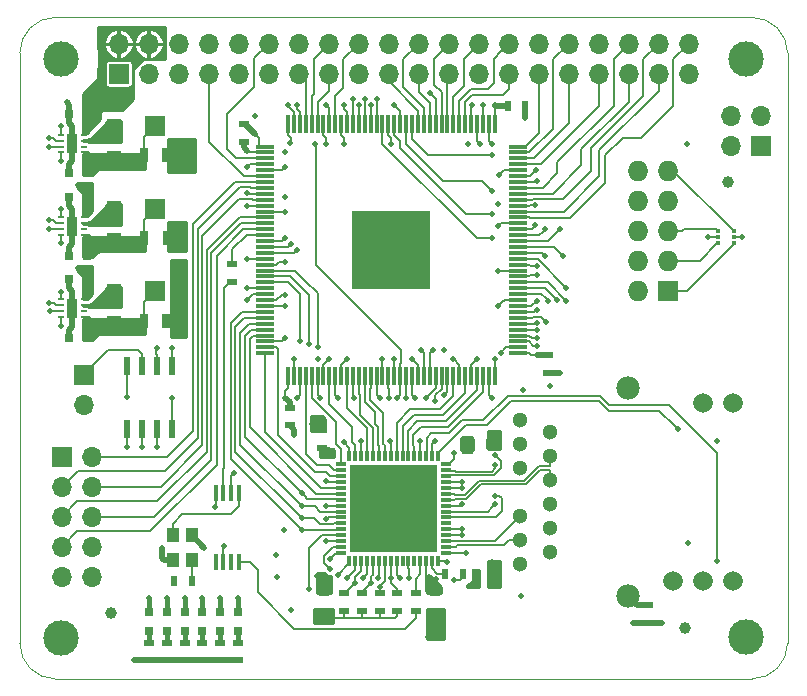
<source format=gbr>
G04 #@! TF.FileFunction,Copper,L1,Top,Signal*
%FSLAX45Y45*%
G04 Gerber Fmt 4.5, Leading zero omitted, Abs format (unit mm)*
G04 Created by KiCad (PCBNEW 4.0.7) date 06/19/18 16:53:46*
%MOMM*%
%LPD*%
G01*
G04 APERTURE LIST*
%ADD10C,0.100000*%
%ADD11R,1.727200X1.727200*%
%ADD12O,1.727200X1.727200*%
%ADD13R,0.450000X0.300000*%
%ADD14R,0.500000X0.250000*%
%ADD15R,0.900000X1.600000*%
%ADD16R,0.900000X0.700000*%
%ADD17R,1.100000X1.300000*%
%ADD18R,0.450000X1.450000*%
%ADD19R,0.850000X0.300000*%
%ADD20R,0.300000X0.850000*%
%ADD21R,1.837500X1.837500*%
%ADD22R,0.300000X1.550000*%
%ADD23R,1.550000X0.300000*%
%ADD24R,6.700000X6.700000*%
%ADD25C,1.300000*%
%ADD26C,1.670000*%
%ADD27C,1.970000*%
%ADD28R,0.500000X0.900000*%
%ADD29R,0.900000X0.500000*%
%ADD30R,0.800000X0.800000*%
%ADD31R,1.200000X1.500000*%
%ADD32R,1.700000X1.700000*%
%ADD33O,1.700000X1.700000*%
%ADD34C,3.000000*%
%ADD35R,0.600000X1.550000*%
%ADD36R,0.800000X0.750000*%
%ADD37R,0.700000X1.300000*%
%ADD38C,1.000000*%
%ADD39C,0.500000*%
%ADD40C,0.500000*%
%ADD41C,0.200000*%
%ADD42C,0.400000*%
%ADD43C,0.150000*%
%ADD44C,0.254000*%
G04 APERTURE END LIST*
D10*
X7854636Y-6381761D02*
X7854636Y-11381761D01*
X7854636Y-6381761D02*
G75*
G02X8154636Y-6081761I300000J0D01*
G01*
X14054636Y-6081761D02*
X8154636Y-6081761D01*
X14054636Y-6081761D02*
G75*
G02X14354636Y-6381761I0J-300000D01*
G01*
X14354636Y-11381761D02*
X14354636Y-6381761D01*
X8154636Y-11681761D02*
G75*
G02X7854636Y-11381761I0J300000D01*
G01*
X8154636Y-11681761D02*
X14054636Y-11681761D01*
X14354635Y-11382285D02*
G75*
G02X14054636Y-11681761I-300000J524D01*
G01*
D11*
X13340000Y-8395000D03*
D12*
X13086000Y-8395000D03*
X13340000Y-8141000D03*
X13086000Y-8141000D03*
X13340000Y-7887000D03*
X13086000Y-7887000D03*
X13340000Y-7633000D03*
X13086000Y-7633000D03*
X13340000Y-7379000D03*
X13086000Y-7379000D03*
D13*
X13897500Y-7990000D03*
X13897500Y-7940000D03*
X13897500Y-7890000D03*
X13762500Y-7890000D03*
X13762500Y-7940000D03*
X13762500Y-7990000D03*
D14*
X8205000Y-7175000D03*
X8395000Y-7125000D03*
X8395000Y-7075000D03*
D15*
X8300000Y-7150000D03*
D14*
X8205000Y-7075000D03*
X8205000Y-7125000D03*
X8205000Y-7225000D03*
X8395000Y-7225000D03*
X8395000Y-7175000D03*
D16*
X8300000Y-7195000D03*
X8300000Y-7105000D03*
D14*
X8205000Y-7875000D03*
X8395000Y-7825000D03*
X8395000Y-7775000D03*
D15*
X8300000Y-7850000D03*
D14*
X8205000Y-7775000D03*
X8205000Y-7825000D03*
X8205000Y-7925000D03*
X8395000Y-7925000D03*
X8395000Y-7875000D03*
D16*
X8300000Y-7895000D03*
X8300000Y-7805000D03*
D14*
X8205000Y-8570000D03*
X8395000Y-8520000D03*
X8395000Y-8470000D03*
D15*
X8300000Y-8545000D03*
D14*
X8205000Y-8470000D03*
X8205000Y-8520000D03*
X8205000Y-8620000D03*
X8395000Y-8620000D03*
X8395000Y-8570000D03*
D16*
X8300000Y-8590000D03*
X8300000Y-8500000D03*
D17*
X9312500Y-10675000D03*
X9312500Y-10465000D03*
X9147500Y-10465000D03*
X9147500Y-10675000D03*
D18*
X9707500Y-10105000D03*
X9642500Y-10105000D03*
X9577500Y-10105000D03*
X9512500Y-10105000D03*
X9512500Y-10695000D03*
X9577500Y-10695000D03*
X9642500Y-10695000D03*
X9707500Y-10695000D03*
D19*
X11465000Y-10615000D03*
X11465000Y-10565000D03*
X11465000Y-10515000D03*
X11465000Y-10465000D03*
X11465000Y-10415000D03*
X11465000Y-10365000D03*
X11465000Y-10315000D03*
X11465000Y-10265000D03*
X11465000Y-10215000D03*
X11465000Y-10165000D03*
X11465000Y-10115000D03*
X11465000Y-10065000D03*
X11465000Y-10015000D03*
X11465000Y-9965000D03*
X11465000Y-9915000D03*
X11465000Y-9865000D03*
D20*
X11395000Y-9795000D03*
X11345000Y-9795000D03*
X11295000Y-9795000D03*
X11245000Y-9795000D03*
X11195000Y-9795000D03*
X11145000Y-9795000D03*
X11095000Y-9795000D03*
X11045000Y-9795000D03*
X10995000Y-9795000D03*
X10945000Y-9795000D03*
X10895000Y-9795000D03*
X10845000Y-9795000D03*
X10795000Y-9795000D03*
X10745000Y-9795000D03*
X10695000Y-9795000D03*
X10645000Y-9795000D03*
D19*
X10575000Y-9865000D03*
X10575000Y-9915000D03*
X10575000Y-9965000D03*
X10575000Y-10015000D03*
X10575000Y-10065000D03*
X10575000Y-10115000D03*
X10575000Y-10165000D03*
X10575000Y-10215000D03*
X10575000Y-10265000D03*
X10575000Y-10315000D03*
X10575000Y-10365000D03*
X10575000Y-10415000D03*
X10575000Y-10465000D03*
X10575000Y-10515000D03*
X10575000Y-10565000D03*
X10575000Y-10615000D03*
D20*
X10645000Y-10685000D03*
X10695000Y-10685000D03*
X10745000Y-10685000D03*
X10795000Y-10685000D03*
X10845000Y-10685000D03*
X10895000Y-10685000D03*
X10945000Y-10685000D03*
X10995000Y-10685000D03*
X11045000Y-10685000D03*
X11095000Y-10685000D03*
X11145000Y-10685000D03*
X11195000Y-10685000D03*
X11245000Y-10685000D03*
X11295000Y-10685000D03*
X11345000Y-10685000D03*
X11395000Y-10685000D03*
D21*
X10744375Y-9964375D03*
X10744375Y-10148125D03*
X10744375Y-10331875D03*
X10744375Y-10515625D03*
X10928125Y-9964375D03*
X10928125Y-10148125D03*
X10928125Y-10331875D03*
X10928125Y-10515625D03*
X11111875Y-9964375D03*
X11111875Y-10148125D03*
X11111875Y-10331875D03*
X11111875Y-10515625D03*
X11295625Y-9964375D03*
X11295625Y-10148125D03*
X11295625Y-10331875D03*
X11295625Y-10515625D03*
D22*
X11875000Y-6980000D03*
X11825000Y-6980000D03*
X11775000Y-6980000D03*
X11725000Y-6980000D03*
X11675000Y-6980000D03*
X11625000Y-6980000D03*
X11575000Y-6980000D03*
X11525000Y-6980000D03*
X11475000Y-6980000D03*
X11425000Y-6980000D03*
X11375000Y-6980000D03*
X11325000Y-6980000D03*
X11275000Y-6980000D03*
X11225000Y-6980000D03*
X11175000Y-6980000D03*
X11125000Y-6980000D03*
X11075000Y-6980000D03*
X11025000Y-6980000D03*
X10975000Y-6980000D03*
X10925000Y-6980000D03*
X10875000Y-6980000D03*
X10825000Y-6980000D03*
X10775000Y-6980000D03*
X10725000Y-6980000D03*
X10675000Y-6980000D03*
X10625000Y-6980000D03*
X10575000Y-6980000D03*
X10525000Y-6980000D03*
X10475000Y-6980000D03*
X10425000Y-6980000D03*
X10375000Y-6980000D03*
X10325000Y-6980000D03*
X10275000Y-6980000D03*
X10225000Y-6980000D03*
X10175000Y-6980000D03*
X10125000Y-6980000D03*
D23*
X9930000Y-7175000D03*
X9930000Y-7225000D03*
X9930000Y-7275000D03*
X9930000Y-7325000D03*
X9930000Y-7375000D03*
X9930000Y-7425000D03*
X9930000Y-7475000D03*
X9930000Y-7525000D03*
X9930000Y-7575000D03*
X9930000Y-7625000D03*
X9930000Y-7675000D03*
X9930000Y-7725000D03*
X9930000Y-7775000D03*
X9930000Y-7825000D03*
X9930000Y-7875000D03*
X9930000Y-7925000D03*
X9930000Y-7975000D03*
X9930000Y-8025000D03*
X9930000Y-8075000D03*
X9930000Y-8125000D03*
X9930000Y-8175000D03*
X9930000Y-8225000D03*
X9930000Y-8275000D03*
X9930000Y-8325000D03*
X9930000Y-8375000D03*
X9930000Y-8425000D03*
X9930000Y-8475000D03*
X9930000Y-8525000D03*
X9930000Y-8575000D03*
X9930000Y-8625000D03*
X9930000Y-8675000D03*
X9930000Y-8725000D03*
X9930000Y-8775000D03*
X9930000Y-8825000D03*
X9930000Y-8875000D03*
X9930000Y-8925000D03*
D22*
X10125000Y-9120000D03*
X10175000Y-9120000D03*
X10225000Y-9120000D03*
X10275000Y-9120000D03*
X10325000Y-9120000D03*
X10375000Y-9120000D03*
X10425000Y-9120000D03*
X10475000Y-9120000D03*
X10525000Y-9120000D03*
X10575000Y-9120000D03*
X10625000Y-9120000D03*
X10675000Y-9120000D03*
X10725000Y-9120000D03*
X10775000Y-9120000D03*
X10825000Y-9120000D03*
X10875000Y-9120000D03*
X10925000Y-9120000D03*
X10975000Y-9120000D03*
X11025000Y-9120000D03*
X11075000Y-9120000D03*
X11125000Y-9120000D03*
X11175000Y-9120000D03*
X11225000Y-9120000D03*
X11275000Y-9120000D03*
X11325000Y-9120000D03*
X11375000Y-9120000D03*
X11425000Y-9120000D03*
X11475000Y-9120000D03*
X11525000Y-9120000D03*
X11575000Y-9120000D03*
X11625000Y-9120000D03*
X11675000Y-9120000D03*
X11725000Y-9120000D03*
X11775000Y-9120000D03*
X11825000Y-9120000D03*
X11875000Y-9120000D03*
D23*
X12070000Y-8925000D03*
X12070000Y-8875000D03*
X12070000Y-8825000D03*
X12070000Y-8775000D03*
X12070000Y-8725000D03*
X12070000Y-8675000D03*
X12070000Y-8625000D03*
X12070000Y-8575000D03*
X12070000Y-8525000D03*
X12070000Y-8475000D03*
X12070000Y-8425000D03*
X12070000Y-8375000D03*
X12070000Y-8325000D03*
X12070000Y-8275000D03*
X12070000Y-8225000D03*
X12070000Y-8175000D03*
X12070000Y-8125000D03*
X12070000Y-8075000D03*
X12070000Y-8025000D03*
X12070000Y-7975000D03*
X12070000Y-7925000D03*
X12070000Y-7875000D03*
X12070000Y-7825000D03*
X12070000Y-7775000D03*
X12070000Y-7725000D03*
X12070000Y-7675000D03*
X12070000Y-7625000D03*
X12070000Y-7575000D03*
X12070000Y-7525000D03*
X12070000Y-7475000D03*
X12070000Y-7425000D03*
X12070000Y-7375000D03*
X12070000Y-7325000D03*
X12070000Y-7275000D03*
X12070000Y-7225000D03*
X12070000Y-7175000D03*
D24*
X11000000Y-8050000D03*
D25*
X12340000Y-9592000D03*
X12340000Y-9795000D03*
X12340000Y-9998000D03*
X12340000Y-10202000D03*
X12340000Y-10405000D03*
X12340000Y-10608000D03*
X12086000Y-9490000D03*
X12086000Y-9693000D03*
X12086000Y-9896000D03*
X12086000Y-10304000D03*
X12086000Y-10507000D03*
X12086000Y-10710000D03*
D26*
X13635000Y-9348000D03*
X13889000Y-9348000D03*
X13381000Y-10852000D03*
X13635000Y-10852000D03*
X13889000Y-10852000D03*
D27*
X13000000Y-10979000D03*
X13000000Y-9221000D03*
D28*
X9310000Y-10850000D03*
X9160000Y-10850000D03*
D29*
X8950000Y-11375000D03*
X8950000Y-11525000D03*
X9100000Y-11375000D03*
X9100000Y-11525000D03*
X9250000Y-11375000D03*
X9250000Y-11525000D03*
X9400000Y-11375000D03*
X9400000Y-11525000D03*
X9550000Y-11375000D03*
X9550000Y-11525000D03*
X9700000Y-11375000D03*
X9700000Y-11525000D03*
D30*
X8950000Y-11280000D03*
X8950000Y-11120000D03*
X9100000Y-11280000D03*
X9100000Y-11120000D03*
X9250000Y-11280000D03*
X9250000Y-11120000D03*
X9550000Y-11280000D03*
X9550000Y-11120000D03*
X9700000Y-11280000D03*
X9700000Y-11120000D03*
X9400000Y-11280000D03*
X9400000Y-11120000D03*
D31*
X8650000Y-7015000D03*
X8650000Y-7285000D03*
D28*
X11675000Y-9690000D03*
X11825000Y-9690000D03*
D29*
X11370000Y-10955000D03*
X11370000Y-11105000D03*
X10430000Y-10955000D03*
X10430000Y-11105000D03*
D32*
X14131000Y-7172000D03*
D33*
X13877000Y-7172000D03*
X14131000Y-6918000D03*
X13877000Y-6918000D03*
D29*
X11050000Y-11105000D03*
X11050000Y-10955000D03*
X10600000Y-10955000D03*
X10600000Y-11105000D03*
X10750000Y-10955000D03*
X10750000Y-11105000D03*
X10900000Y-10955000D03*
X10900000Y-11105000D03*
D28*
X11455000Y-10790000D03*
X11605000Y-10790000D03*
D31*
X8650000Y-7715000D03*
X8650000Y-7985000D03*
X8650000Y-8415000D03*
X8650000Y-8685000D03*
D34*
X8204000Y-6431000D03*
X14004000Y-6433000D03*
X8204000Y-11332000D03*
X14003000Y-11331000D03*
D32*
X8692000Y-6559000D03*
D33*
X8692000Y-6305000D03*
X8946000Y-6559000D03*
X8946000Y-6305000D03*
X9200000Y-6559000D03*
X9200000Y-6305000D03*
X9454000Y-6559000D03*
X9454000Y-6305000D03*
X9708000Y-6559000D03*
X9708000Y-6305000D03*
X9962000Y-6559000D03*
X9962000Y-6305000D03*
X10216000Y-6559000D03*
X10216000Y-6305000D03*
X10470000Y-6559000D03*
X10470000Y-6305000D03*
X10724000Y-6559000D03*
X10724000Y-6305000D03*
X10978000Y-6559000D03*
X10978000Y-6305000D03*
X11232000Y-6559000D03*
X11232000Y-6305000D03*
X11486000Y-6559000D03*
X11486000Y-6305000D03*
X11740000Y-6559000D03*
X11740000Y-6305000D03*
X11994000Y-6559000D03*
X11994000Y-6305000D03*
X12248000Y-6559000D03*
X12248000Y-6305000D03*
X12502000Y-6559000D03*
X12502000Y-6305000D03*
X12756000Y-6559000D03*
X12756000Y-6305000D03*
X13010000Y-6559000D03*
X13010000Y-6305000D03*
X13264000Y-6559000D03*
X13264000Y-6305000D03*
X13518000Y-6559000D03*
X13518000Y-6305000D03*
D32*
X8210000Y-9800000D03*
D33*
X8464000Y-9800000D03*
X8210000Y-10054000D03*
X8464000Y-10054000D03*
X8210000Y-10308000D03*
X8464000Y-10308000D03*
X8210000Y-10562000D03*
X8464000Y-10562000D03*
X8210000Y-10816000D03*
X8464000Y-10816000D03*
D35*
X8759500Y-9570000D03*
X8886500Y-9570000D03*
X9013500Y-9570000D03*
X9140500Y-9570000D03*
X9140500Y-9030000D03*
X9013500Y-9030000D03*
X8886500Y-9030000D03*
X8759500Y-9030000D03*
D32*
X8400000Y-9110000D03*
D33*
X8400000Y-9364000D03*
D32*
X9000000Y-7000000D03*
X9000000Y-8400000D03*
X9000000Y-7700000D03*
D36*
X8275000Y-6900000D03*
X8425000Y-6900000D03*
X8275000Y-8300000D03*
X8425000Y-8300000D03*
X8275000Y-7600000D03*
X8425000Y-7600000D03*
X8275000Y-7400000D03*
X8425000Y-7400000D03*
X8275000Y-8800000D03*
X8425000Y-8800000D03*
X8275000Y-8100000D03*
X8425000Y-8100000D03*
D37*
X8905000Y-7250000D03*
X9095000Y-7250000D03*
X8905000Y-8650000D03*
X9095000Y-8650000D03*
X8910000Y-7950000D03*
X9100000Y-7950000D03*
D28*
X11705000Y-10795000D03*
X11855000Y-10795000D03*
D29*
X10410000Y-9725000D03*
X10410000Y-9575000D03*
X13170000Y-11058000D03*
X13170000Y-11208000D03*
X9655000Y-8170000D03*
X9655000Y-8320000D03*
X11210000Y-10955000D03*
X11210000Y-11105000D03*
X10140000Y-9535000D03*
X10140000Y-9385000D03*
X9750000Y-7135000D03*
X9750000Y-6985000D03*
X12330000Y-9090000D03*
X12330000Y-8940000D03*
D28*
X12135000Y-6830000D03*
X11985000Y-6830000D03*
D38*
X13485000Y-11248000D03*
X13850000Y-7475000D03*
X8625000Y-11125000D03*
D39*
X8110000Y-8570000D03*
X8105000Y-7175000D03*
X8105000Y-7875000D03*
X8300000Y-8545000D03*
X8300000Y-7150000D03*
X8300000Y-7850000D03*
X8100000Y-7800000D03*
X8100000Y-8500000D03*
X8100000Y-7100000D03*
X8300000Y-8700000D03*
X8300000Y-8400000D03*
X8300000Y-8000000D03*
X8300000Y-7700000D03*
X8250000Y-6800000D03*
X8300000Y-7000000D03*
X8300000Y-7300000D03*
X10150000Y-11100000D03*
X11530000Y-10845000D03*
X9509999Y-10230000D03*
X11595000Y-10205000D03*
X9415001Y-10570000D03*
X10090000Y-10420000D03*
X13050000Y-11213000D03*
X13290000Y-11213000D03*
X13970000Y-7940000D03*
X11450000Y-8900000D03*
X12430000Y-7870000D03*
X12305000Y-7870000D03*
X10100000Y-7950000D03*
X10150000Y-8000000D03*
X10200000Y-8050000D03*
X8760000Y-9720000D03*
X8890000Y-9720000D03*
X9020000Y-9720000D03*
X9140000Y-9300000D03*
X10700000Y-8350000D03*
X11300000Y-8350000D03*
X11300000Y-7750000D03*
X10700000Y-7750000D03*
X11000000Y-7750000D03*
X11000000Y-8350000D03*
X11300000Y-8050000D03*
X10700001Y-8050000D03*
X11000000Y-8050000D03*
X10100000Y-7724999D03*
X10100000Y-8150000D03*
X10375000Y-8975000D03*
X10100000Y-7600000D03*
X10100000Y-8525000D03*
X10100000Y-8430000D03*
X10100000Y-7350000D03*
X9850000Y-6920000D03*
X10100000Y-7225000D03*
X10145000Y-7145000D03*
X10450000Y-7150000D03*
X10600000Y-7150000D03*
X10675000Y-6775000D03*
X10725000Y-6825000D03*
X10875000Y-6775000D03*
X10775000Y-6775000D03*
X10825000Y-6825000D03*
X12300000Y-8100000D03*
X12450000Y-8100000D03*
X11000000Y-7150000D03*
X11750000Y-7150000D03*
X11650000Y-7150000D03*
X11850000Y-7150000D03*
X10900000Y-9300000D03*
X11900000Y-8525000D03*
X11900000Y-8225000D03*
X11900000Y-7665000D03*
X11900000Y-7850000D03*
X11925000Y-8925000D03*
X11875000Y-8975000D03*
X11725000Y-8975000D03*
X10180000Y-8975000D03*
X10625000Y-8975000D03*
X10475000Y-8975000D03*
X11175000Y-8975000D03*
X10925000Y-8975000D03*
X11025000Y-8974998D03*
X10980000Y-9300000D03*
X11910000Y-7420000D03*
X12112500Y-9235000D03*
X12340000Y-9200000D03*
X12100000Y-10980000D03*
X11111875Y-10331875D03*
X10928125Y-10331875D03*
X10928125Y-10148125D03*
X11111875Y-10148125D03*
X8950000Y-11000000D03*
X11470000Y-10690000D03*
X9300000Y-7250000D03*
X9250000Y-7350000D03*
X9150000Y-7350000D03*
X9250000Y-7150000D03*
X9150000Y-7150000D03*
X9200000Y-7250000D03*
X11430000Y-11330000D03*
X11310000Y-11330000D03*
X11370000Y-11330000D03*
X10360000Y-11170000D03*
X10490000Y-11170000D03*
X10430000Y-11170000D03*
X10030000Y-10820000D03*
X9580000Y-10560000D03*
X8820000Y-11525000D03*
X9055000Y-10570000D03*
X9670000Y-9940000D03*
X13680000Y-7940000D03*
X13505000Y-7150000D03*
X9775000Y-7679999D03*
X8759500Y-9299500D03*
X9775000Y-8475000D03*
X9775000Y-8125000D03*
X9775000Y-7350000D03*
X10600000Y-6825000D03*
X12225001Y-7375000D03*
X11125000Y-9300000D03*
X10550000Y-9300000D03*
X12220000Y-7840000D03*
X12230000Y-8260000D03*
X12230000Y-8480000D03*
X11025000Y-6825000D03*
X10025000Y-10635000D03*
X13760000Y-9665000D03*
X13510000Y-10530000D03*
X9700000Y-11000000D03*
X10350000Y-7150000D03*
X11050000Y-9300000D03*
X9250000Y-11000000D03*
X10225000Y-8825000D03*
X9400000Y-11000000D03*
X10300000Y-8850000D03*
X10375000Y-8875000D03*
X9550000Y-11000000D03*
X8500000Y-6803000D03*
X8410000Y-6803000D03*
X8200000Y-6999828D03*
X8205000Y-7705000D03*
X8205000Y-8405000D03*
X8350000Y-7500000D03*
X8437500Y-7500000D03*
X8350000Y-8200000D03*
X8450000Y-8200000D03*
X12230000Y-8665001D03*
X11000001Y-10830000D03*
X10240000Y-10420000D03*
X10240000Y-10320000D03*
X10240000Y-10220000D03*
X10240000Y-10110000D03*
X10305000Y-10920000D03*
X12480000Y-8370000D03*
X10480000Y-10749999D03*
X12480000Y-8480000D03*
X12230000Y-8860005D03*
X10763782Y-10827469D03*
X10550000Y-10800000D03*
X12400000Y-8476000D03*
X10621651Y-10830275D03*
X12330000Y-8480000D03*
X12310000Y-8660000D03*
X10690000Y-10870000D03*
X13430000Y-9570000D03*
X13760000Y-10680000D03*
X9200000Y-8743000D03*
X9250000Y-8150000D03*
X9250000Y-8225000D03*
X9250000Y-8300000D03*
X9200000Y-8550000D03*
X9200000Y-8650000D03*
X10180000Y-9620000D03*
X12430000Y-9090000D03*
X12135000Y-6935000D03*
X10330000Y-9520000D03*
X10405000Y-9470000D03*
X11855000Y-10695000D03*
X11855000Y-10895000D03*
X11890000Y-9610000D03*
X11890000Y-9690000D03*
X10680001Y-9300000D03*
X9775000Y-7569999D03*
X11685000Y-6820000D03*
X12230000Y-7470000D03*
X12230000Y-8555000D03*
X9780001Y-7209999D03*
X10100000Y-8800000D03*
X9775000Y-8375000D03*
X10200000Y-6825000D03*
X10450000Y-6825000D03*
X10400000Y-9300000D03*
X11525000Y-8975000D03*
X12220000Y-7670000D03*
X12230000Y-8190000D03*
X9200000Y-7850000D03*
X9200000Y-8050000D03*
X9200000Y-7950000D03*
X10125000Y-6824999D03*
X11775000Y-6825000D03*
X10200000Y-9300000D03*
X11850000Y-9300000D03*
X9850000Y-7070000D03*
X8205000Y-7995000D03*
X8200000Y-7300000D03*
X8205000Y-8695000D03*
X11880000Y-10130000D03*
X11880000Y-10200000D03*
X11880000Y-9790000D03*
X11880001Y-9870000D03*
X11200000Y-9299999D03*
X11250000Y-8900000D03*
X11350000Y-8900000D03*
X11730000Y-10895000D03*
X11655000Y-10895000D03*
X11150000Y-10830000D03*
X11610000Y-9650000D03*
X11610000Y-9730004D03*
X11595000Y-10015000D03*
X11595000Y-10065000D03*
X11595000Y-10465000D03*
X11595000Y-10415000D03*
X10505000Y-9770000D03*
X10455000Y-9795000D03*
X10450000Y-10325000D03*
X10889999Y-10831276D03*
X10450000Y-10010000D03*
X10990000Y-9670000D03*
X11245000Y-9665000D03*
X11320000Y-10820000D03*
X11380000Y-10840000D03*
X11630000Y-10620000D03*
X11530000Y-9770000D03*
X8450000Y-8000000D03*
X8450000Y-7300000D03*
X8450000Y-8700000D03*
X12230000Y-8795004D03*
X10830000Y-10870001D03*
X10480000Y-10662999D03*
X11290000Y-9300000D03*
X11370000Y-9330001D03*
X10600000Y-9675000D03*
X11074069Y-10829033D03*
X11450000Y-9280000D03*
X9140500Y-8880500D03*
X9020000Y-8880000D03*
X11850000Y-7550000D03*
X11850000Y-7950000D03*
X11850000Y-7750000D03*
X11850000Y-7250000D03*
X12230000Y-8730003D03*
X10900000Y-10900000D03*
X9100000Y-11000000D03*
X11325000Y-6725000D03*
X10449430Y-10518575D03*
X10369999Y-10810000D03*
X10430000Y-10810000D03*
X10430000Y-10870000D03*
X10445000Y-10215000D03*
X10740000Y-9670000D03*
X11370000Y-9665000D03*
X12230000Y-8940000D03*
X11875000Y-6825000D03*
X10100000Y-9300000D03*
D40*
X13170000Y-11208000D02*
X13055000Y-11208000D01*
X13055000Y-11208000D02*
X13050000Y-11213000D01*
X13170000Y-11208000D02*
X13285000Y-11208000D01*
X13285000Y-11208000D02*
X13290000Y-11213000D01*
D41*
X12070000Y-8475000D02*
X11955000Y-8475000D01*
X11955000Y-8475000D02*
X11950000Y-8480000D01*
X11950000Y-8480000D02*
X11945000Y-8480000D01*
X11945000Y-8480000D02*
X11900000Y-8525000D01*
X12070000Y-8475000D02*
X11950000Y-8475000D01*
X11950000Y-8475000D02*
X11900000Y-8525000D01*
X8205000Y-8570000D02*
X8110000Y-8570000D01*
X8205000Y-7175000D02*
X8105000Y-7175000D01*
X8205000Y-7875000D02*
X8105000Y-7875000D01*
X8135000Y-7800000D02*
X8100000Y-7800000D01*
X8205000Y-7825000D02*
X8160000Y-7825000D01*
X8160000Y-7825000D02*
X8135000Y-7800000D01*
X8140000Y-8500000D02*
X8100000Y-8500000D01*
X8205000Y-8520000D02*
X8160000Y-8520000D01*
X8160000Y-8520000D02*
X8140000Y-8500000D01*
X8135000Y-7100000D02*
X8100000Y-7100000D01*
X8205000Y-7125000D02*
X8160000Y-7125000D01*
X8160000Y-7125000D02*
X8135000Y-7100000D01*
D40*
X8275000Y-8300000D02*
X8275000Y-8375000D01*
X8275000Y-8375000D02*
X8300000Y-8400000D01*
X8275000Y-8800000D02*
X8275000Y-8725000D01*
X8275000Y-8725000D02*
X8300000Y-8700000D01*
X8300000Y-8545000D02*
X8300000Y-8700000D01*
X8300000Y-8500000D02*
X8300000Y-8400000D01*
X8275000Y-8100000D02*
X8275000Y-8025000D01*
X8275000Y-8025000D02*
X8300000Y-8000000D01*
X8300000Y-7895000D02*
X8300000Y-8000000D01*
X8275000Y-7600000D02*
X8275000Y-7675000D01*
X8275000Y-7675000D02*
X8300000Y-7700000D01*
X8300000Y-7805000D02*
X8300000Y-7700000D01*
X8275000Y-6900000D02*
X8275000Y-6825000D01*
X8275000Y-6825000D02*
X8250000Y-6800000D01*
X8275000Y-6900000D02*
X8275000Y-6975000D01*
X8275000Y-6975000D02*
X8300000Y-7000000D01*
X8275000Y-7400000D02*
X8275000Y-7325000D01*
X8275000Y-7325000D02*
X8300000Y-7300000D01*
X8300000Y-7195000D02*
X8300000Y-7300000D01*
X8300000Y-7105000D02*
X8300000Y-7000000D01*
D41*
X12070000Y-7820000D02*
X11930000Y-7820000D01*
X11930000Y-7820000D02*
X11900000Y-7850000D01*
X11605000Y-10790000D02*
X11605000Y-10820000D01*
X11605000Y-10820000D02*
X11580000Y-10845000D01*
X11580000Y-10845000D02*
X11530000Y-10845000D01*
D40*
X9312500Y-10465000D02*
X9312500Y-10467499D01*
X9312500Y-10467499D02*
X9415001Y-10570000D01*
D41*
X9512500Y-10105000D02*
X9512500Y-10227499D01*
X9512500Y-10227499D02*
X9509999Y-10230000D01*
X10928125Y-10331875D02*
X11111875Y-10331875D01*
X10928125Y-10148125D02*
X10744375Y-10148125D01*
X10928125Y-10331875D02*
X10744375Y-10331875D01*
X10928125Y-10515625D02*
X10928125Y-10331875D01*
X11111875Y-10515625D02*
X11111875Y-10331875D01*
X11295625Y-10515625D02*
X11111875Y-10515625D01*
X11295625Y-10331875D02*
X11295625Y-10515625D01*
X11295625Y-10331875D02*
X11111875Y-10331875D01*
X11295625Y-10148125D02*
X11295625Y-10331875D01*
X11295625Y-10148125D02*
X11111875Y-10148125D01*
X11295625Y-9964375D02*
X11295625Y-10148125D01*
X11295625Y-9964375D02*
X11111875Y-9964375D01*
X11111875Y-9964375D02*
X11111875Y-10148125D01*
X10928125Y-9964375D02*
X11111875Y-9964375D01*
X10928125Y-9964375D02*
X10928125Y-10148125D01*
X10744375Y-9964375D02*
X10928125Y-9964375D01*
X10744375Y-10148125D02*
X10744375Y-9964375D01*
X10744375Y-10331875D02*
X10744375Y-10148125D01*
X10744375Y-10515625D02*
X10744375Y-10331875D01*
X10928125Y-10515625D02*
X10744375Y-10515625D01*
X11111875Y-10515625D02*
X10928125Y-10515625D01*
X11585000Y-10215000D02*
X11595000Y-10205000D01*
X11465000Y-10215000D02*
X11585000Y-10215000D01*
X13897500Y-7940000D02*
X13970000Y-7940000D01*
X12405000Y-7895000D02*
X12430000Y-7870000D01*
X12325000Y-7975000D02*
X12405000Y-7895000D01*
X12070000Y-7975000D02*
X12325000Y-7975000D01*
X12250000Y-7925000D02*
X12280000Y-7895000D01*
X12280000Y-7895000D02*
X12305000Y-7870000D01*
X12070000Y-7925000D02*
X12250000Y-7925000D01*
X10075000Y-7975000D02*
X10100000Y-7950000D01*
X9930000Y-7975000D02*
X10075000Y-7975000D01*
X10125000Y-8025000D02*
X10150000Y-8000000D01*
X9930000Y-8025000D02*
X10125000Y-8025000D01*
X10175000Y-8075000D02*
X10200000Y-8050000D01*
X9930000Y-8075000D02*
X10175000Y-8075000D01*
X8759500Y-9719500D02*
X8760000Y-9720000D01*
X8759500Y-9570000D02*
X8759500Y-9719500D01*
X8890000Y-9671000D02*
X8890000Y-9720000D01*
X8886500Y-9570000D02*
X8886500Y-9667500D01*
X8886500Y-9667500D02*
X8890000Y-9671000D01*
X9020000Y-9674000D02*
X9020000Y-9720000D01*
X9013500Y-9570000D02*
X9013500Y-9667500D01*
X9013500Y-9667500D02*
X9020000Y-9674000D01*
X9140000Y-9472000D02*
X9140000Y-9300000D01*
X9140500Y-9570000D02*
X9140500Y-9472500D01*
X9140500Y-9472500D02*
X9140000Y-9472000D01*
X11000000Y-8350000D02*
X10700000Y-8350000D01*
X11000000Y-8350000D02*
X11300000Y-8350000D01*
X11300000Y-8050000D02*
X11300000Y-7750000D01*
X11000000Y-7750000D02*
X10700000Y-7750000D01*
X11000000Y-8050000D02*
X11000000Y-7750000D01*
X11000000Y-8050000D02*
X11000000Y-8350000D01*
X11000000Y-8050000D02*
X11300000Y-8050000D01*
X11000000Y-8050000D02*
X10700001Y-8050000D01*
X10099999Y-7725000D02*
X10100000Y-7724999D01*
X9930000Y-7725000D02*
X10099999Y-7725000D01*
X10052500Y-8150000D02*
X10100000Y-8150000D01*
X9930000Y-8175000D02*
X10027500Y-8175000D01*
X10027500Y-8175000D02*
X10052500Y-8150000D01*
X9930000Y-8525000D02*
X10100000Y-8525000D01*
X10072500Y-8430000D02*
X10100000Y-8430000D01*
X9930000Y-8475000D02*
X10027500Y-8475000D01*
X10027500Y-8475000D02*
X10072500Y-8430000D01*
X10075000Y-7375000D02*
X10100000Y-7350000D01*
X9930000Y-7375000D02*
X10075000Y-7375000D01*
X10150000Y-7102500D02*
X10150000Y-7140000D01*
X10150000Y-7140000D02*
X10145000Y-7145000D01*
X10125000Y-6980000D02*
X10125000Y-7077500D01*
X10125000Y-7077500D02*
X10150000Y-7102500D01*
X10450000Y-7102500D02*
X10450000Y-7150000D01*
X10425000Y-6980000D02*
X10425000Y-7077500D01*
X10425000Y-7077500D02*
X10450000Y-7102500D01*
X10600000Y-7102500D02*
X10600000Y-7150000D01*
X10575000Y-6980000D02*
X10575000Y-7077500D01*
X10575000Y-7077500D02*
X10600000Y-7102500D01*
X10675000Y-6882500D02*
X10675000Y-6775000D01*
X10675000Y-6980000D02*
X10675000Y-6882500D01*
X10725000Y-6882500D02*
X10725000Y-6825000D01*
X10725000Y-6980000D02*
X10725000Y-6882500D01*
X10875000Y-6980000D02*
X10875000Y-6775000D01*
X10775000Y-6980000D02*
X10775000Y-6775000D01*
X10825000Y-6882500D02*
X10825000Y-6825000D01*
X10825000Y-6980000D02*
X10825000Y-6882500D01*
X12275000Y-8075000D02*
X12300000Y-8100000D01*
X12070000Y-8075000D02*
X12275000Y-8075000D01*
X12425000Y-8075000D02*
X12450000Y-8100000D01*
X12375000Y-8025000D02*
X12425000Y-8075000D01*
X12070000Y-8025000D02*
X12375000Y-8025000D01*
X11000000Y-7102500D02*
X11000000Y-7150000D01*
X10975000Y-6980000D02*
X10975000Y-7077500D01*
X10975000Y-7077500D02*
X11000000Y-7102500D01*
X11725000Y-7125000D02*
X11750000Y-7150000D01*
X11725000Y-6980000D02*
X11725000Y-7125000D01*
X11825000Y-7125000D02*
X11850000Y-7150000D01*
X11825000Y-6980000D02*
X11825000Y-7125000D01*
X10875000Y-9275000D02*
X10900000Y-9300000D01*
X10875000Y-9120000D02*
X10875000Y-9275000D01*
X12070000Y-8225000D02*
X11900000Y-8225000D01*
X11925000Y-7825000D02*
X11900000Y-7850000D01*
X11922500Y-8925000D02*
X11925000Y-8925000D01*
X11920000Y-8927500D02*
X11922500Y-8925000D01*
X11972500Y-8875000D02*
X11920000Y-8927500D01*
X12070000Y-8875000D02*
X11972500Y-8875000D01*
X11875000Y-9120000D02*
X11875000Y-8975000D01*
X11722500Y-8975000D02*
X11725000Y-8975000D01*
X11675000Y-9022500D02*
X11722500Y-8975000D01*
X11675000Y-9120000D02*
X11675000Y-9022500D01*
X10175000Y-8980000D02*
X10180000Y-8975000D01*
X10175000Y-9120000D02*
X10175000Y-8980000D01*
X10575000Y-9022500D02*
X10622500Y-8975000D01*
X10575000Y-9120000D02*
X10575000Y-9022500D01*
X10622500Y-8975000D02*
X10625000Y-8975000D01*
X10472500Y-8975000D02*
X10475000Y-8975000D01*
X10425000Y-9022500D02*
X10472500Y-8975000D01*
X10425000Y-9120000D02*
X10425000Y-9022500D01*
X11225000Y-9120000D02*
X11225000Y-9025000D01*
X11225000Y-9025000D02*
X11175000Y-8975000D01*
X10925000Y-9120000D02*
X10925000Y-8975000D01*
X11025000Y-8975000D02*
X11025000Y-8974998D01*
X11025000Y-9120000D02*
X11025000Y-8975000D01*
X10980000Y-9222500D02*
X10980000Y-9300000D01*
X10975000Y-9120000D02*
X10975000Y-9217500D01*
X10975000Y-9217500D02*
X10980000Y-9222500D01*
X11955000Y-7375000D02*
X11910000Y-7420000D01*
X12070000Y-7375000D02*
X11955000Y-7375000D01*
D40*
X10928125Y-10148125D02*
X10928125Y-10331875D01*
X11111875Y-10148125D02*
X10928125Y-10148125D01*
X11111875Y-10331875D02*
X11111875Y-10148125D01*
D42*
X8950000Y-11120000D02*
X8950000Y-11000000D01*
D41*
X11395000Y-10685000D02*
X11465000Y-10685000D01*
X11465000Y-10685000D02*
X11470000Y-10690000D01*
D40*
X9075000Y-10675000D02*
X9055000Y-10655000D01*
X9055000Y-10655000D02*
X9055000Y-10570000D01*
X9147500Y-10675000D02*
X9075000Y-10675000D01*
X9550000Y-11525000D02*
X9700000Y-11525000D01*
X9400000Y-11525000D02*
X9550000Y-11525000D01*
X9250000Y-11525000D02*
X9400000Y-11525000D01*
X9100000Y-11525000D02*
X9250000Y-11525000D01*
X8950000Y-11525000D02*
X9100000Y-11525000D01*
D41*
X12230000Y-8480000D02*
X12185000Y-8525000D01*
X12185000Y-8525000D02*
X12070000Y-8525000D01*
X9200000Y-7250000D02*
X9300000Y-7250000D01*
X9150000Y-7350000D02*
X9250000Y-7350000D01*
X9150000Y-7335000D02*
X9150000Y-7350000D01*
X9095000Y-7250000D02*
X9095000Y-7280000D01*
X9095000Y-7280000D02*
X9150000Y-7335000D01*
X9200000Y-7200000D02*
X9250000Y-7150000D01*
X9150000Y-7165000D02*
X9150000Y-7150000D01*
X9095000Y-7220000D02*
X9150000Y-7165000D01*
X9095000Y-7250000D02*
X9095000Y-7220000D01*
X9175000Y-7175000D02*
X9150000Y-7150000D01*
X9185000Y-7165000D02*
X9175000Y-7175000D01*
X9200000Y-7200000D02*
X9175000Y-7175000D01*
X9200000Y-7250000D02*
X9200000Y-7200000D01*
X9275000Y-7275000D02*
X9250000Y-7300000D01*
X9275000Y-7275000D02*
X9275000Y-7275000D01*
X9280000Y-7370000D02*
X9280000Y-7330000D01*
X9250000Y-7250000D02*
X9275000Y-7275000D01*
X9250000Y-7200000D02*
X9250000Y-7250000D01*
X9275000Y-7325000D02*
X9250000Y-7300000D01*
X9280000Y-7330000D02*
X9275000Y-7325000D01*
X9270000Y-7270000D02*
X9275000Y-7275000D01*
X9180000Y-7270000D02*
X9270000Y-7270000D01*
X9200000Y-7314645D02*
X9200000Y-7350000D01*
X9200000Y-7290000D02*
X9200000Y-7314645D01*
X9180000Y-7270000D02*
X9200000Y-7290000D01*
X9180000Y-7270000D02*
X9200000Y-7250000D01*
X12070000Y-7870000D02*
X12190000Y-7870000D01*
X12190000Y-7870000D02*
X12220000Y-7840000D01*
X10525000Y-9115000D02*
X10525000Y-9275000D01*
X10525000Y-9275000D02*
X10550000Y-9300000D01*
X11405355Y-11330000D02*
X11430000Y-11330000D01*
X11370000Y-11330000D02*
X11405355Y-11330000D01*
X11320000Y-11330000D02*
X11310000Y-11330000D01*
X11370000Y-11330000D02*
X11320000Y-11330000D01*
X11370000Y-11180000D02*
X11370000Y-11330000D01*
X11370000Y-11105000D02*
X11370000Y-11180000D01*
X11030000Y-11170000D02*
X10900000Y-11170000D01*
X10900000Y-11170000D02*
X10750000Y-11170000D01*
X10900000Y-11105000D02*
X10900000Y-11170000D01*
X10750000Y-11170000D02*
X10600000Y-11170000D01*
X10750000Y-11105000D02*
X10750000Y-11170000D01*
X10600000Y-11170000D02*
X10490000Y-11170000D01*
X10600000Y-11105000D02*
X10600000Y-11170000D01*
X11050000Y-11150000D02*
X11030000Y-11170000D01*
X11050000Y-11105000D02*
X11050000Y-11150000D01*
X10430000Y-11170000D02*
X10360000Y-11170000D01*
X10430000Y-11170000D02*
X10490000Y-11170000D01*
X10430000Y-11105000D02*
X10430000Y-11170000D01*
X9577500Y-10695000D02*
X9577500Y-10562500D01*
X9577500Y-10562500D02*
X9580000Y-10560000D01*
D40*
X8950000Y-11525000D02*
X8820000Y-11525000D01*
D41*
X9642500Y-9967500D02*
X9670000Y-9940000D01*
X9642500Y-10105000D02*
X9642500Y-9967500D01*
X13762500Y-7940000D02*
X13680000Y-7940000D01*
X9779999Y-7675000D02*
X9775000Y-7679999D01*
X9930000Y-7675000D02*
X9779999Y-7675000D01*
X8759500Y-9030000D02*
X8759500Y-9299500D01*
X9800000Y-8450000D02*
X9775000Y-8475000D01*
X9825000Y-8425000D02*
X9800000Y-8450000D01*
X9930000Y-8425000D02*
X9825000Y-8425000D01*
X9870000Y-8125000D02*
X9775000Y-8125000D01*
X9930000Y-8125000D02*
X9870000Y-8125000D01*
X9800000Y-7325000D02*
X9775000Y-7350000D01*
X9930000Y-7325000D02*
X9800000Y-7325000D01*
X10600000Y-6857500D02*
X10600000Y-6825000D01*
X10625000Y-6980000D02*
X10625000Y-6882500D01*
X10625000Y-6882500D02*
X10600000Y-6857500D01*
X11075000Y-6980000D02*
X11075000Y-6875000D01*
X12200001Y-7400000D02*
X12225001Y-7375000D01*
X12175001Y-7425000D02*
X12200001Y-7400000D01*
X12070000Y-7425000D02*
X12175001Y-7425000D01*
X11125000Y-9120000D02*
X11125000Y-9300000D01*
X12182500Y-8260000D02*
X12230000Y-8260000D01*
X12167500Y-8275000D02*
X12182500Y-8260000D01*
X11050000Y-6850000D02*
X11025000Y-6825000D01*
X11075000Y-6875000D02*
X11050000Y-6850000D01*
X12070000Y-8275000D02*
X12167500Y-8275000D01*
D42*
X9700000Y-11120000D02*
X9700000Y-11000000D01*
D41*
X11085000Y-9005000D02*
X11085000Y-8895000D01*
X11085000Y-9005000D02*
X11075000Y-9015000D01*
X11075000Y-9015000D02*
X11075000Y-9120000D01*
X11085000Y-8895000D02*
X10365000Y-8175000D01*
X10365000Y-7165000D02*
X10350000Y-7150000D01*
X10365000Y-8175000D02*
X10365000Y-7165000D01*
X11075000Y-9275000D02*
X11050000Y-9300000D01*
X11075000Y-9120000D02*
X11075000Y-9275000D01*
D42*
X9250000Y-11120000D02*
X9250000Y-11000000D01*
D41*
X10225000Y-8789645D02*
X10225000Y-8825000D01*
X10225000Y-8425000D02*
X10225000Y-8789645D01*
X9930000Y-8325000D02*
X10125000Y-8325000D01*
X10125000Y-8325000D02*
X10225000Y-8425000D01*
D42*
X9400000Y-11120000D02*
X9400000Y-11000000D01*
D41*
X9930000Y-8275000D02*
X10145000Y-8275000D01*
X10300000Y-8814645D02*
X10300000Y-8850000D01*
X10300000Y-8430000D02*
X10300000Y-8814645D01*
X10145000Y-8275000D02*
X10300000Y-8430000D01*
X10375000Y-8415000D02*
X10375000Y-8875000D01*
D42*
X9550000Y-11120000D02*
X9550000Y-11000000D01*
D41*
X10270000Y-8310000D02*
X10375000Y-8415000D01*
X10185000Y-8225000D02*
X10270000Y-8310000D01*
X9930000Y-8225000D02*
X10185000Y-8225000D01*
X9930000Y-7475000D02*
X9675000Y-7475000D01*
X9675000Y-7475000D02*
X9320000Y-7830000D01*
X9320000Y-7830000D02*
X9320000Y-9580000D01*
X9320000Y-9580000D02*
X9100000Y-9800000D01*
X9100000Y-9800000D02*
X8690000Y-9800000D01*
X8690000Y-9800000D02*
X8464000Y-9800000D01*
X9930000Y-7525000D02*
X9815000Y-7525000D01*
X9360000Y-7870000D02*
X9360000Y-9640000D01*
X9815000Y-7525000D02*
X9805000Y-7515000D01*
X9805000Y-7515000D02*
X9715000Y-7515000D01*
X9715000Y-7515000D02*
X9360000Y-7870000D01*
X9080000Y-9920000D02*
X8480000Y-9920000D01*
X9360000Y-9640000D02*
X9080000Y-9920000D01*
X8480000Y-9920000D02*
X8470000Y-9920000D01*
X8480000Y-9920000D02*
X8344000Y-9920000D01*
X8344000Y-9920000D02*
X8210000Y-10054000D01*
X9930000Y-7625000D02*
X9832500Y-7625000D01*
X9832500Y-7625000D02*
X9827500Y-7620000D01*
X9827500Y-7620000D02*
X9710000Y-7620000D01*
X9710000Y-7620000D02*
X9400000Y-7930000D01*
X9400000Y-7930000D02*
X9400000Y-9700000D01*
X9400000Y-9700000D02*
X9046000Y-10054000D01*
X9046000Y-10054000D02*
X8464000Y-10054000D01*
X9930000Y-7775000D02*
X9715000Y-7775000D01*
X9715000Y-7775000D02*
X9439998Y-8050002D01*
X9439998Y-8050002D02*
X9439998Y-9760002D01*
X9439998Y-9760002D02*
X9020000Y-10180000D01*
X9020000Y-10180000D02*
X8540000Y-10180000D01*
X8540000Y-10180000D02*
X8520000Y-10180000D01*
X8540000Y-10180000D02*
X8338000Y-10180000D01*
X8338000Y-10180000D02*
X8210000Y-10308000D01*
X8464500Y-6803000D02*
X8500000Y-6803000D01*
X8425000Y-6900000D02*
X8425000Y-6842500D01*
X8425000Y-6842500D02*
X8464500Y-6803000D01*
X8425000Y-6818000D02*
X8410000Y-6803000D01*
X8425000Y-6900000D02*
X8425000Y-6818000D01*
X8425000Y-8300000D02*
X8425000Y-8440000D01*
X8425000Y-8440000D02*
X8395000Y-8470000D01*
X8425000Y-7600000D02*
X8425000Y-7745000D01*
X8425000Y-7745000D02*
X8395000Y-7775000D01*
X8425000Y-6900000D02*
X8425000Y-7045000D01*
X8425000Y-7045000D02*
X8395000Y-7075000D01*
X8200000Y-7037500D02*
X8200000Y-6999828D01*
X8205000Y-7075000D02*
X8205000Y-7042500D01*
X8205000Y-7042500D02*
X8200000Y-7037500D01*
X8205000Y-7775000D02*
X8205000Y-7705000D01*
X8205000Y-8470000D02*
X8205000Y-8405000D01*
D40*
X8385355Y-7500000D02*
X8350000Y-7500000D01*
X8412500Y-7500000D02*
X8385355Y-7500000D01*
X8425000Y-7512500D02*
X8412500Y-7500000D01*
X8425000Y-7600000D02*
X8425000Y-7512500D01*
X8425000Y-7512500D02*
X8437500Y-7500000D01*
X8385355Y-8200000D02*
X8350000Y-8200000D01*
X8412500Y-8200000D02*
X8385355Y-8200000D01*
X8425000Y-8212500D02*
X8412500Y-8200000D01*
X8425000Y-8212500D02*
X8437500Y-8200000D01*
X8437500Y-8200000D02*
X8450000Y-8200000D01*
X8425000Y-8300000D02*
X8425000Y-8212500D01*
D41*
X12070000Y-8675000D02*
X12220001Y-8675000D01*
X12220001Y-8675000D02*
X12230000Y-8665001D01*
X11050000Y-10955000D02*
X11050000Y-10920000D01*
X11050000Y-10920000D02*
X11000001Y-10870001D01*
X11000001Y-10870001D02*
X11000001Y-10830000D01*
X10995000Y-10824999D02*
X11000001Y-10830000D01*
X10995000Y-10685000D02*
X10995000Y-10824999D01*
X10945000Y-9705000D02*
X10945000Y-9732500D01*
X10930000Y-9690000D02*
X10945000Y-9705000D01*
X10930000Y-9434000D02*
X10930000Y-9690000D01*
X10820000Y-9324000D02*
X10930000Y-9434000D01*
X10820000Y-9222500D02*
X10820000Y-9324000D01*
X10825000Y-9217500D02*
X10820000Y-9222500D01*
X10825000Y-9120000D02*
X10825000Y-9217500D01*
X10945000Y-9732500D02*
X10945000Y-9795000D01*
X10775000Y-9120000D02*
X10775000Y-9335000D01*
X10775000Y-9335000D02*
X10860000Y-9420000D01*
X10860000Y-9420000D02*
X10860000Y-9521002D01*
X10860000Y-9521002D02*
X10890000Y-9551002D01*
X10890000Y-9551002D02*
X10890000Y-9700000D01*
X10890000Y-9700000D02*
X10895000Y-9705000D01*
X10895000Y-9705000D02*
X10895000Y-9795000D01*
X10735000Y-9445501D02*
X10845000Y-9555501D01*
X10845000Y-9555501D02*
X10845000Y-9732500D01*
X10725000Y-9120000D02*
X10725000Y-9266000D01*
X10845000Y-9732500D02*
X10845000Y-9795000D01*
X10725000Y-9266000D02*
X10735000Y-9276000D01*
X10735000Y-9276000D02*
X10735000Y-9445501D01*
X10795000Y-9795000D02*
X10795000Y-9600000D01*
X10795000Y-9600000D02*
X10795000Y-9585000D01*
X10625000Y-9385000D02*
X10795000Y-9555000D01*
X10795000Y-9555000D02*
X10795000Y-9600000D01*
X10625000Y-9120000D02*
X10625000Y-9385000D01*
X10575000Y-10415000D02*
X10570000Y-10420000D01*
X10570000Y-10420000D02*
X10240000Y-10420000D01*
X9640000Y-8670000D02*
X9640000Y-9820000D01*
X9735000Y-8575000D02*
X9640000Y-8670000D01*
X9930000Y-8575000D02*
X9735000Y-8575000D01*
X10215000Y-10395000D02*
X10240000Y-10420000D01*
X9640000Y-9820000D02*
X10215000Y-10395000D01*
X10575000Y-10365000D02*
X10512500Y-10365000D01*
X10275355Y-10320000D02*
X10240000Y-10320000D01*
X10512500Y-10365000D02*
X10502500Y-10375000D01*
X10502500Y-10375000D02*
X10400355Y-10375000D01*
X10400355Y-10375000D02*
X10345355Y-10320000D01*
X10345355Y-10320000D02*
X10275355Y-10320000D01*
X9680000Y-8700000D02*
X9680000Y-9760000D01*
X9755000Y-8625000D02*
X9680000Y-8700000D01*
X9930000Y-8625000D02*
X9755000Y-8625000D01*
X10215000Y-10295000D02*
X10240000Y-10320000D01*
X9680000Y-9760000D02*
X10215000Y-10295000D01*
X10575000Y-10265000D02*
X10512500Y-10265000D01*
X10350000Y-10220000D02*
X10240000Y-10220000D01*
X10512500Y-10265000D02*
X10507500Y-10270000D01*
X10507500Y-10270000D02*
X10400000Y-10270000D01*
X10400000Y-10270000D02*
X10350000Y-10220000D01*
X9930000Y-8675000D02*
X9795000Y-8675000D01*
X9720000Y-9700000D02*
X10240000Y-10220000D01*
X9795000Y-8675000D02*
X9720000Y-8750000D01*
X9720000Y-8750000D02*
X9720000Y-9700000D01*
X10575000Y-10165000D02*
X10570000Y-10160000D01*
X10570000Y-10160000D02*
X10290000Y-10160000D01*
X10290000Y-10160000D02*
X10265000Y-10135000D01*
X10265000Y-10135000D02*
X10240000Y-10110000D01*
X10215000Y-10085000D02*
X10240000Y-10110000D01*
X9760000Y-9630000D02*
X10215000Y-10085000D01*
X9760000Y-9000000D02*
X9760000Y-9630000D01*
X9760000Y-9000000D02*
X9760000Y-9010000D01*
X9760000Y-8780000D02*
X9760000Y-9000000D01*
X9770000Y-8770000D02*
X9760000Y-8780000D01*
X9815000Y-8725000D02*
X9770000Y-8770000D01*
X9930000Y-8725000D02*
X9815000Y-8725000D01*
X9930000Y-8775000D02*
X9832500Y-8775000D01*
X9832500Y-8775000D02*
X9800000Y-8807500D01*
X9800000Y-8807500D02*
X9800000Y-9550000D01*
X9800000Y-9550000D02*
X10365000Y-10115000D01*
X10365000Y-10115000D02*
X10575000Y-10115000D01*
X9930000Y-8925000D02*
X9930000Y-9590000D01*
X9930000Y-9590000D02*
X10405000Y-10065000D01*
X10405000Y-10065000D02*
X10575000Y-10065000D01*
X9930000Y-8875000D02*
X10027500Y-8875000D01*
X10027500Y-8875000D02*
X10040000Y-8887500D01*
X10040000Y-8887500D02*
X10040000Y-9620000D01*
X10040000Y-9620000D02*
X10350000Y-9930000D01*
X10350000Y-9930000D02*
X10450000Y-9930000D01*
X10450000Y-9930000D02*
X10485000Y-9965000D01*
X10485000Y-9965000D02*
X10575000Y-9965000D01*
X10275000Y-9120000D02*
X10275000Y-9775000D01*
X10275000Y-9775000D02*
X10372500Y-9872500D01*
X10372500Y-9872500D02*
X10470000Y-9872500D01*
X10470000Y-9872500D02*
X10512500Y-9915000D01*
X10512500Y-9915000D02*
X10575000Y-9915000D01*
X10695000Y-9795000D02*
X10695000Y-9699000D01*
X10695000Y-9699000D02*
X10670000Y-9674000D01*
X10670000Y-9674000D02*
X10670000Y-9550000D01*
X10670000Y-9550000D02*
X10475000Y-9355000D01*
X10475000Y-9355000D02*
X10475000Y-9207500D01*
X10475000Y-9207500D02*
X10475000Y-9120000D01*
X10325000Y-9120000D02*
X10325000Y-9305000D01*
X10325000Y-9305000D02*
X10530000Y-9510000D01*
X10530000Y-9510000D02*
X10530000Y-9695000D01*
X10530000Y-9695000D02*
X10575000Y-9740000D01*
X10575000Y-9740000D02*
X10575000Y-9865000D01*
X10305000Y-10575000D02*
X10305000Y-10884645D01*
X10305000Y-10884645D02*
X10305000Y-10920000D01*
X10575000Y-10465000D02*
X10415000Y-10465000D01*
X10415000Y-10465000D02*
X10305000Y-10575000D01*
X12474000Y-8364000D02*
X12480000Y-8370000D01*
X12474000Y-8360000D02*
X12474000Y-8364000D01*
X12070000Y-8125000D02*
X12239000Y-8125000D01*
X12239000Y-8125000D02*
X12474000Y-8360000D01*
X10455000Y-10724999D02*
X10480000Y-10749999D01*
X10430000Y-10699999D02*
X10455000Y-10724999D01*
X10430000Y-10639000D02*
X10430000Y-10699999D01*
X10575000Y-10565000D02*
X10503999Y-10565000D01*
X10503999Y-10565000D02*
X10430000Y-10639000D01*
X12325000Y-8325000D02*
X12480000Y-8480000D01*
X12070000Y-8325000D02*
X12325000Y-8325000D01*
X12070000Y-8825000D02*
X12167500Y-8825000D01*
X12202505Y-8860005D02*
X12230000Y-8860005D01*
X12167500Y-8825000D02*
X12202505Y-8860005D01*
X10788782Y-10802469D02*
X10763782Y-10827469D01*
X10795000Y-10796251D02*
X10788782Y-10802469D01*
X10795000Y-10685000D02*
X10795000Y-10796251D01*
X10645000Y-10685000D02*
X10645000Y-10705000D01*
X10645000Y-10705000D02*
X10550000Y-10800000D01*
X12070000Y-8375000D02*
X12299000Y-8375000D01*
X12299000Y-8375000D02*
X12400000Y-8476000D01*
X10646651Y-10805275D02*
X10621651Y-10830275D01*
X10695000Y-10756926D02*
X10646651Y-10805275D01*
X10695000Y-10685000D02*
X10695000Y-10756926D01*
X12310000Y-8460000D02*
X12330000Y-8480000D01*
X12270000Y-8420000D02*
X12310000Y-8460000D01*
X12172500Y-8420000D02*
X12270000Y-8420000D01*
X12070000Y-8425000D02*
X12167500Y-8425000D01*
X12167500Y-8425000D02*
X12172500Y-8420000D01*
X12070000Y-8625000D02*
X12190000Y-8625000D01*
X12190000Y-8625000D02*
X12200000Y-8615000D01*
X12200000Y-8615000D02*
X12265000Y-8615000D01*
X12285000Y-8635000D02*
X12310000Y-8660000D01*
X12265000Y-8615000D02*
X12285000Y-8635000D01*
X10600000Y-10955000D02*
X10605000Y-10955000D01*
X10605000Y-10955000D02*
X10690000Y-10870000D01*
X10690000Y-10823140D02*
X10690000Y-10834645D01*
X10745000Y-10768140D02*
X10690000Y-10823140D01*
X10745000Y-10685000D02*
X10745000Y-10768140D01*
X10690000Y-10834645D02*
X10690000Y-10870000D01*
X13405000Y-9545000D02*
X13430000Y-9570000D01*
X13270000Y-9410000D02*
X13405000Y-9545000D01*
X12840000Y-9410000D02*
X13270000Y-9410000D01*
X11810000Y-9530000D02*
X12010000Y-9330000D01*
X11632500Y-9530000D02*
X11810000Y-9530000D01*
X12010000Y-9330000D02*
X12760000Y-9330000D01*
X11395000Y-9767500D02*
X11632500Y-9530000D01*
X12760000Y-9330000D02*
X12840000Y-9410000D01*
X11395000Y-9795000D02*
X11395000Y-9767500D01*
X12765000Y-9285000D02*
X12840000Y-9360000D01*
X12840000Y-9360000D02*
X13350000Y-9360000D01*
X13350000Y-9360000D02*
X13760000Y-9770000D01*
X13760000Y-9770000D02*
X13760000Y-10660000D01*
X13760000Y-10660000D02*
X13760000Y-10680000D01*
X11295000Y-9795000D02*
X11300000Y-9790000D01*
X11300000Y-9790000D02*
X11300000Y-9640000D01*
X11300000Y-9640000D02*
X11340000Y-9600000D01*
X11340000Y-9600000D02*
X11490000Y-9600000D01*
X11490000Y-9600000D02*
X11600000Y-9490000D01*
X11780000Y-9490000D02*
X11985000Y-9285000D01*
X11600000Y-9490000D02*
X11780000Y-9490000D01*
X11985000Y-9285000D02*
X12765000Y-9285000D01*
X12765000Y-9285000D02*
X12355000Y-9285000D01*
X8886500Y-9030000D02*
X8886500Y-8932500D01*
X8886500Y-8932500D02*
X8854000Y-8900000D01*
X8400000Y-9100000D02*
X8400000Y-9110000D01*
X8854000Y-8900000D02*
X8600000Y-8900000D01*
X8600000Y-8900000D02*
X8400000Y-9100000D01*
X9200000Y-8700000D02*
X9200000Y-8743000D01*
X9200000Y-8753000D02*
X9200000Y-8743000D01*
X9095000Y-8650000D02*
X9150000Y-8650000D01*
X9150000Y-8650000D02*
X9200000Y-8700000D01*
X12070000Y-8575000D02*
X12210000Y-8575000D01*
X12210000Y-8575000D02*
X12230000Y-8555000D01*
X12230000Y-8555000D02*
X12215000Y-8570000D01*
X9250000Y-8225000D02*
X9250000Y-8150000D01*
X9250000Y-8300000D02*
X9250000Y-8225000D01*
X9250000Y-8350000D02*
X9250000Y-8300000D01*
X9250000Y-8450000D02*
X9250000Y-8350000D01*
X9200000Y-8500000D02*
X9250000Y-8450000D01*
X9200000Y-8550000D02*
X9200000Y-8500000D01*
X9200000Y-8650000D02*
X9200000Y-8550000D01*
X9095000Y-8650000D02*
X9200000Y-8650000D01*
D40*
X9750000Y-7135000D02*
X9750000Y-7179998D01*
X9750000Y-7179998D02*
X9780001Y-7209999D01*
X10180000Y-9575000D02*
X10180000Y-9620000D01*
X10140000Y-9535000D02*
X10180000Y-9575000D01*
X12330000Y-9090000D02*
X12430000Y-9090000D01*
X12135000Y-6830000D02*
X12135000Y-6935000D01*
D41*
X10335000Y-9520000D02*
X10330000Y-9520000D01*
X10390000Y-9575000D02*
X10335000Y-9520000D01*
X10410000Y-9575000D02*
X10390000Y-9575000D01*
X10410000Y-9500000D02*
X10405000Y-9495000D01*
X10405000Y-9495000D02*
X10405000Y-9470000D01*
X10410000Y-9575000D02*
X10410000Y-9500000D01*
X11855000Y-10795000D02*
X11855000Y-10695000D01*
X11855000Y-10795000D02*
X11855000Y-10895000D01*
X11885000Y-9610000D02*
X11890000Y-9610000D01*
X11825000Y-9670000D02*
X11885000Y-9610000D01*
X11825000Y-9690000D02*
X11825000Y-9670000D01*
X11815000Y-9690000D02*
X11890000Y-9690000D01*
X10675000Y-9120000D02*
X10675000Y-9294999D01*
X10675000Y-9294999D02*
X10680001Y-9300000D01*
X9780001Y-7575000D02*
X9775000Y-7569999D01*
X9930000Y-7575000D02*
X9780001Y-7575000D01*
X11675000Y-6825000D02*
X11680000Y-6820000D01*
X11680000Y-6820000D02*
X11685000Y-6820000D01*
X11675000Y-6980000D02*
X11675000Y-6825000D01*
X12225000Y-7475000D02*
X12230000Y-7470000D01*
X12070000Y-7475000D02*
X12225000Y-7475000D01*
X12230000Y-8560000D02*
X12230000Y-8555000D01*
X9795002Y-7225000D02*
X9780001Y-7209999D01*
X9930000Y-7225000D02*
X9795002Y-7225000D01*
X10075000Y-8825000D02*
X10100000Y-8800000D01*
X9930000Y-8825000D02*
X10075000Y-8825000D01*
X9775000Y-8375000D02*
X9775000Y-8375000D01*
X9930000Y-8375000D02*
X9775000Y-8375000D01*
X10200000Y-6857500D02*
X10200000Y-6825000D01*
X10225000Y-6980000D02*
X10225000Y-6882500D01*
X10225000Y-6882500D02*
X10200000Y-6857500D01*
X10475000Y-6850000D02*
X10450000Y-6825000D01*
X10475000Y-6980000D02*
X10475000Y-6850000D01*
X10375000Y-9275000D02*
X10400000Y-9300000D01*
X10375000Y-9120000D02*
X10375000Y-9275000D01*
X11527500Y-8975000D02*
X11525000Y-8975000D01*
X11575000Y-9022500D02*
X11527500Y-8975000D01*
X11575000Y-9120000D02*
X11575000Y-9022500D01*
X12172500Y-7670000D02*
X12220000Y-7670000D01*
X12070000Y-7675000D02*
X12167500Y-7675000D01*
X12167500Y-7675000D02*
X12172500Y-7670000D01*
X12182500Y-8190000D02*
X12230000Y-8190000D01*
X12070000Y-8175000D02*
X12167500Y-8175000D01*
X12167500Y-8175000D02*
X12182500Y-8190000D01*
X9200000Y-7950000D02*
X9200000Y-7850000D01*
X9100000Y-7950000D02*
X9200000Y-7950000D01*
X9165000Y-7850000D02*
X9200000Y-7850000D01*
X9095000Y-7950000D02*
X9095000Y-7920000D01*
X9095000Y-7920000D02*
X9165000Y-7850000D01*
X9165000Y-8050000D02*
X9200000Y-8050000D01*
X9095000Y-7950000D02*
X9095000Y-7980000D01*
X9095000Y-7980000D02*
X9165000Y-8050000D01*
X9095000Y-7950000D02*
X9200000Y-7950000D01*
X10125000Y-6832500D02*
X10125000Y-6824999D01*
X10175000Y-6882500D02*
X10125000Y-6832500D01*
X10175000Y-6980000D02*
X10175000Y-6882500D01*
X11775000Y-6825000D02*
X11775000Y-6825000D01*
X11775000Y-6980000D02*
X11775000Y-6825000D01*
X10225000Y-9120000D02*
X10225000Y-9275000D01*
X10225000Y-9275000D02*
X10200000Y-9300000D01*
X11825000Y-9275000D02*
X11850000Y-9300000D01*
X11825000Y-9120000D02*
X11825000Y-9275000D01*
D42*
X9700000Y-11280000D02*
X9700000Y-11375000D01*
X9100000Y-11280000D02*
X9100000Y-11375000D01*
X9250000Y-11280000D02*
X9250000Y-11375000D01*
X9400000Y-11280000D02*
X9400000Y-11375000D01*
X9550000Y-11280000D02*
X9550000Y-11375000D01*
X8950000Y-11280000D02*
X8950000Y-11375000D01*
X8950000Y-11375000D02*
X8950000Y-11350000D01*
X8950000Y-11350000D02*
X8950000Y-11375000D01*
D40*
X9750000Y-6985000D02*
X9765000Y-6985000D01*
X9765000Y-6985000D02*
X9850000Y-7070000D01*
D41*
X9930000Y-7175000D02*
X9885000Y-7175000D01*
X9885000Y-7175000D02*
X9880000Y-7170000D01*
X9880000Y-7100000D02*
X9850000Y-7070000D01*
X9880000Y-7170000D02*
X9880000Y-7100000D01*
D40*
X13170000Y-11058000D02*
X13079000Y-11058000D01*
X13079000Y-11058000D02*
X13000000Y-10979000D01*
D41*
X9312500Y-10675000D02*
X9312500Y-10847500D01*
X9312500Y-10847500D02*
X9310000Y-10850000D01*
X11345000Y-10685000D02*
X11345000Y-10747500D01*
X11345000Y-10747500D02*
X11387500Y-10790000D01*
X11387500Y-10790000D02*
X11390000Y-10790000D01*
X11390000Y-10790000D02*
X11425000Y-10790000D01*
X11390000Y-10790000D02*
X11455000Y-10790000D01*
X8205000Y-7925000D02*
X8205000Y-7995000D01*
X8205000Y-7225000D02*
X8205000Y-7295000D01*
X8205000Y-7295000D02*
X8200000Y-7300000D01*
X8205000Y-8620000D02*
X8205000Y-8695000D01*
X9707500Y-10105000D02*
X9707500Y-10222500D01*
X9707500Y-10222500D02*
X9640000Y-10290000D01*
X9640000Y-10290000D02*
X9230000Y-10290000D01*
X9230000Y-10290000D02*
X9147500Y-10372500D01*
X9147500Y-10372500D02*
X9147500Y-10465000D01*
D43*
X11465000Y-10515000D02*
X11875000Y-10515000D01*
X11875000Y-10515000D02*
X12021000Y-10369000D01*
X12021000Y-10369000D02*
X12086000Y-10304000D01*
X11951076Y-10550000D02*
X11994076Y-10507000D01*
X11465000Y-10565000D02*
X11543400Y-10565000D01*
X11558400Y-10550000D02*
X11951076Y-10550000D01*
X11994076Y-10507000D02*
X12086000Y-10507000D01*
X11543400Y-10565000D02*
X11558400Y-10550000D01*
X11743787Y-10005000D02*
X11623787Y-10125000D01*
X11623787Y-10125000D02*
X11538750Y-10125000D01*
X12247287Y-9881500D02*
X12123787Y-10005000D01*
X12123787Y-10005000D02*
X11743787Y-10005000D01*
X12340000Y-9795000D02*
X12340000Y-9881500D01*
X12340000Y-9881500D02*
X12247287Y-9881500D01*
X11465000Y-10115000D02*
X11528750Y-10115000D01*
X11528750Y-10115000D02*
X11538750Y-10125000D01*
X11756213Y-10035000D02*
X11636213Y-10155000D01*
X11636213Y-10155000D02*
X11538750Y-10155000D01*
X12340000Y-9998000D02*
X12340000Y-9911500D01*
X12340000Y-9911500D02*
X12259713Y-9911500D01*
X12259713Y-9911500D02*
X12136213Y-10035000D01*
X12136213Y-10035000D02*
X11756213Y-10035000D01*
X11465000Y-10165000D02*
X11528750Y-10165000D01*
X11528750Y-10165000D02*
X11538750Y-10155000D01*
D41*
X11465000Y-10315000D02*
X11885000Y-10315000D01*
X11885000Y-10315000D02*
X11940000Y-10260000D01*
X11940000Y-10260000D02*
X11940000Y-10154645D01*
X11940000Y-10154645D02*
X11915355Y-10130000D01*
X11915355Y-10130000D02*
X11880000Y-10130000D01*
X11465000Y-10265000D02*
X11815000Y-10265000D01*
X11855000Y-10225000D02*
X11880000Y-10200000D01*
X11815000Y-10265000D02*
X11855000Y-10225000D01*
D43*
X11465000Y-9965000D02*
X11470000Y-9960000D01*
X11470000Y-9960000D02*
X11870000Y-9960000D01*
X11870000Y-9960000D02*
X11930000Y-9900000D01*
X11930000Y-9900000D02*
X11930000Y-9840000D01*
X11930000Y-9840000D02*
X11880000Y-9790000D01*
X11465000Y-9915000D02*
X11470000Y-9920000D01*
X11470000Y-9920000D02*
X11540000Y-9920000D01*
X11540000Y-9920000D02*
X11550000Y-9930000D01*
X11550000Y-9930000D02*
X11850000Y-9930000D01*
X11850000Y-9930000D02*
X11880000Y-9900000D01*
X11880000Y-9900000D02*
X11880000Y-9870001D01*
X11880000Y-9870001D02*
X11880001Y-9870000D01*
D41*
X9930000Y-7825000D02*
X9725000Y-7825000D01*
X9725000Y-7825000D02*
X9474999Y-8075001D01*
X9474999Y-8075001D02*
X9474999Y-9825001D01*
X9474999Y-9825001D02*
X8992000Y-10308000D01*
X8992000Y-10308000D02*
X8464000Y-10308000D01*
X8210000Y-10562000D02*
X8342000Y-10430000D01*
X8342000Y-10430000D02*
X8960000Y-10430000D01*
X8960000Y-10430000D02*
X9520000Y-9870000D01*
X9520000Y-9870000D02*
X9520000Y-8100000D01*
X9520000Y-8100000D02*
X9745000Y-7875000D01*
X9745000Y-7875000D02*
X9930000Y-7875000D01*
X9580000Y-9900000D02*
X9577500Y-9902500D01*
X9577500Y-9902500D02*
X9577500Y-10105000D01*
X9580000Y-8375000D02*
X9580000Y-9900000D01*
X9655000Y-8320000D02*
X9635000Y-8320000D01*
X9635000Y-8320000D02*
X9580000Y-8375000D01*
X11205000Y-11105000D02*
X11205000Y-11170000D01*
X11205000Y-11170000D02*
X11115000Y-11260000D01*
X10180000Y-11260000D02*
X9870000Y-10950000D01*
X11115000Y-11260000D02*
X10180000Y-11260000D01*
X9870000Y-10950000D02*
X9870000Y-10760000D01*
X9870000Y-10760000D02*
X9805000Y-10695000D01*
X9805000Y-10695000D02*
X9707500Y-10695000D01*
X11175000Y-9275000D02*
X11200000Y-9299999D01*
X11175000Y-9120000D02*
X11175000Y-9275000D01*
X11275000Y-8925000D02*
X11250000Y-8900000D01*
X11275000Y-9120000D02*
X11275000Y-8925000D01*
X11325000Y-8925000D02*
X11350000Y-8900000D01*
X11325000Y-9120000D02*
X11325000Y-8925000D01*
X11705000Y-10870000D02*
X11730000Y-10895000D01*
X11705000Y-10795000D02*
X11705000Y-10870000D01*
X11690355Y-10895000D02*
X11655000Y-10895000D01*
X11705000Y-10895000D02*
X11690355Y-10895000D01*
X11705000Y-10860000D02*
X11705000Y-10895000D01*
X11705000Y-10795000D02*
X11705000Y-10895000D01*
X11150000Y-10752500D02*
X11150000Y-10830000D01*
X11145000Y-10685000D02*
X11145000Y-10747500D01*
X11145000Y-10747500D02*
X11150000Y-10752500D01*
X11610000Y-9685355D02*
X11610000Y-9650000D01*
X11605355Y-9690000D02*
X11610000Y-9685355D01*
X11600000Y-9690000D02*
X11605355Y-9690000D01*
X11610000Y-9714645D02*
X11610000Y-9730004D01*
X11600000Y-9690000D02*
X11610000Y-9700000D01*
X11595355Y-9700000D02*
X11610000Y-9714645D01*
X11610000Y-9700000D02*
X11610000Y-9714645D01*
X11590000Y-9700000D02*
X11595355Y-9700000D01*
X11665000Y-9690000D02*
X11600000Y-9690000D01*
X11465000Y-10015000D02*
X11595000Y-10015000D01*
X11465000Y-10065000D02*
X11595000Y-10065000D01*
X11465000Y-10465000D02*
X11595000Y-10465000D01*
X11465000Y-10415000D02*
X11595000Y-10415000D01*
X10505000Y-9755000D02*
X10505000Y-9770000D01*
X10410000Y-9725000D02*
X10475000Y-9725000D01*
X10475000Y-9725000D02*
X10505000Y-9755000D01*
X10435000Y-9795000D02*
X10455000Y-9795000D01*
X10410000Y-9725000D02*
X10410000Y-9770000D01*
X10410000Y-9770000D02*
X10435000Y-9795000D01*
X10460000Y-10315000D02*
X10450000Y-10325000D01*
X10575000Y-10315000D02*
X10460000Y-10315000D01*
X10895000Y-10685000D02*
X10895000Y-10826275D01*
X10895000Y-10826275D02*
X10889999Y-10831276D01*
X10575000Y-10015000D02*
X10455000Y-10015000D01*
X10455000Y-10015000D02*
X10450000Y-10010000D01*
X10995000Y-9795000D02*
X10995000Y-9675000D01*
X10995000Y-9675000D02*
X10990000Y-9670000D01*
X11245000Y-9795000D02*
X11245000Y-9665000D01*
X11370000Y-10850000D02*
X11380000Y-10840000D01*
X11370000Y-10955000D02*
X11370000Y-10850000D01*
X11575001Y-10615000D02*
X11580001Y-10620000D01*
X11580001Y-10620000D02*
X11630000Y-10620000D01*
X11465000Y-10615000D02*
X11575001Y-10615000D01*
X11575001Y-10615000D02*
X11580000Y-10619999D01*
X11465000Y-9865000D02*
X11485000Y-9865000D01*
X11485000Y-9865000D02*
X11530000Y-9820000D01*
X11530000Y-9820000D02*
X11530000Y-9770000D01*
X11295000Y-10815000D02*
X11310000Y-10830000D01*
X11295000Y-10685000D02*
X11295000Y-10815000D01*
X8905000Y-7950000D02*
X8905000Y-7795000D01*
X8905000Y-7795000D02*
X9000000Y-7700000D01*
X8450000Y-7935000D02*
X8450000Y-8000000D01*
X8395000Y-7925000D02*
X8440000Y-7925000D01*
X8440000Y-7925000D02*
X8450000Y-7935000D01*
X8905000Y-7250000D02*
X8905000Y-7095000D01*
X8905000Y-7095000D02*
X9000000Y-7000000D01*
X8450000Y-7235000D02*
X8450000Y-7300000D01*
X8395000Y-7225000D02*
X8440000Y-7225000D01*
X8440000Y-7225000D02*
X8450000Y-7235000D01*
X8905000Y-8650000D02*
X8905000Y-8495000D01*
X8905000Y-8495000D02*
X9000000Y-8400000D01*
X8450000Y-8630000D02*
X8450000Y-8700000D01*
X8395000Y-8620000D02*
X8440000Y-8620000D01*
X8440000Y-8620000D02*
X8450000Y-8630000D01*
X12187504Y-8795004D02*
X12194645Y-8795004D01*
X12167500Y-8775000D02*
X12187504Y-8795004D01*
X12070000Y-8775000D02*
X12167500Y-8775000D01*
X12194645Y-8795004D02*
X12230000Y-8795004D01*
X10750000Y-10955000D02*
X10750000Y-10950001D01*
X10750000Y-10950001D02*
X10830000Y-10870001D01*
X10830000Y-10834645D02*
X10830000Y-10870001D01*
X10845000Y-10799645D02*
X10830000Y-10814645D01*
X10830000Y-10814645D02*
X10830000Y-10834645D01*
X10845000Y-10685000D02*
X10845000Y-10799645D01*
X10575000Y-10615000D02*
X10528000Y-10615000D01*
X10528000Y-10615000D02*
X10480001Y-10662999D01*
X10480001Y-10662999D02*
X10480000Y-10662999D01*
X10482500Y-10665499D02*
X10480000Y-10662999D01*
X10482500Y-10680000D02*
X10482500Y-10665499D01*
X11292500Y-9300000D02*
X11290000Y-9300000D01*
X11375000Y-9217500D02*
X11292500Y-9300000D01*
X11375000Y-9120000D02*
X11375000Y-9217500D01*
X10645000Y-9795000D02*
X10645000Y-9725000D01*
X10645000Y-9725000D02*
X10600000Y-9680000D01*
X10600000Y-9680000D02*
X10600000Y-9675000D01*
X11370000Y-9294646D02*
X11370000Y-9330001D01*
X11370000Y-9280000D02*
X11370000Y-9294646D01*
X11425000Y-9225000D02*
X11370000Y-9280000D01*
X11425000Y-9120000D02*
X11425000Y-9225000D01*
X11045000Y-10685000D02*
X11045000Y-10799964D01*
X11049070Y-10804034D02*
X11074069Y-10829033D01*
X11045000Y-10799964D02*
X11049070Y-10804034D01*
X11475000Y-9120000D02*
X11475000Y-9245000D01*
X11475000Y-9255000D02*
X11450000Y-9280000D01*
X11475000Y-9235711D02*
X11475000Y-9245000D01*
X11475000Y-9245000D02*
X11475000Y-9255000D01*
X11474645Y-9235355D02*
X11475000Y-9235711D01*
X11045000Y-9795000D02*
X11045000Y-9515000D01*
X11045000Y-9515000D02*
X11160000Y-9400000D01*
X11160000Y-9400000D02*
X11410000Y-9400000D01*
X11410000Y-9400000D02*
X11525000Y-9285000D01*
X11525000Y-9285000D02*
X11525000Y-9120000D01*
X11625000Y-9120000D02*
X11625000Y-9265000D01*
X11625000Y-9265000D02*
X11440000Y-9450000D01*
X11440000Y-9450000D02*
X11190000Y-9450000D01*
X11190000Y-9450000D02*
X11095000Y-9545000D01*
X11095000Y-9545000D02*
X11095000Y-9795000D01*
X11725000Y-9120000D02*
X11725000Y-9235000D01*
X11725000Y-9235000D02*
X11460000Y-9500000D01*
X11460000Y-9500000D02*
X11220000Y-9500000D01*
X11220000Y-9500000D02*
X11140000Y-9580000D01*
X11140000Y-9580000D02*
X11140000Y-9790000D01*
X11140000Y-9790000D02*
X11145000Y-9795000D01*
X11195000Y-9795000D02*
X11195000Y-9715000D01*
X11195000Y-9715000D02*
X11180000Y-9700000D01*
X11180000Y-9700000D02*
X11180000Y-9620000D01*
X11180000Y-9620000D02*
X11250000Y-9550000D01*
X11250000Y-9550000D02*
X11480000Y-9550000D01*
X11480000Y-9550000D02*
X11775000Y-9255000D01*
X11775000Y-9255000D02*
X11775000Y-9120000D01*
X11205000Y-10905000D02*
X11205000Y-10945000D01*
X11245000Y-10685000D02*
X11245000Y-10795000D01*
X11245000Y-10795000D02*
X11205000Y-10835000D01*
X11205000Y-10835000D02*
X11205000Y-10955000D01*
X9775000Y-7925000D02*
X9655000Y-8045000D01*
X9655000Y-8045000D02*
X9655000Y-8170000D01*
X9930000Y-7925000D02*
X9775000Y-7925000D01*
X10275000Y-6980000D02*
X10275000Y-6618000D01*
X10275000Y-6618000D02*
X10216000Y-6559000D01*
X10375000Y-6980000D02*
X10375000Y-6800000D01*
X10375000Y-6800000D02*
X10470000Y-6705000D01*
X10470000Y-6705000D02*
X10470000Y-6559000D01*
X12248000Y-6559000D02*
X12248000Y-7057000D01*
X12248000Y-7057000D02*
X12130000Y-7175000D01*
X12130000Y-7175000D02*
X12070000Y-7175000D01*
X12502000Y-6559000D02*
X12502000Y-6978000D01*
X12502000Y-6978000D02*
X12205000Y-7275000D01*
X12205000Y-7275000D02*
X12167500Y-7275000D01*
X12167500Y-7275000D02*
X12070000Y-7275000D01*
X12756000Y-6559000D02*
X12756000Y-6834000D01*
X12270000Y-7320000D02*
X12172500Y-7320000D01*
X12756000Y-6834000D02*
X12270000Y-7320000D01*
X12172500Y-7320000D02*
X12167500Y-7325000D01*
X12167500Y-7325000D02*
X12070000Y-7325000D01*
X12070000Y-7575000D02*
X12365000Y-7575000D01*
X12365000Y-7575000D02*
X12610000Y-7330000D01*
X12610000Y-7330000D02*
X12610000Y-7200000D01*
X12610000Y-7200000D02*
X13010000Y-6800000D01*
X13010000Y-6800000D02*
X13010000Y-6559000D01*
X13010000Y-6305000D02*
X12885000Y-6430000D01*
X12885000Y-6430000D02*
X12885000Y-6830000D01*
X12885000Y-6830000D02*
X12405000Y-7310000D01*
X12405000Y-7310000D02*
X12405000Y-7400000D01*
X12405000Y-7400000D02*
X12280000Y-7525000D01*
X12280000Y-7525000D02*
X12070000Y-7525000D01*
X13264000Y-6559000D02*
X13264000Y-6701501D01*
X13264000Y-6701501D02*
X12760000Y-7205501D01*
X12760000Y-7205501D02*
X12760000Y-7425000D01*
X12760000Y-7425000D02*
X12460000Y-7725000D01*
X12460000Y-7725000D02*
X12070000Y-7725000D01*
X13264000Y-6305000D02*
X13135000Y-6434000D01*
X13135000Y-6434000D02*
X13135000Y-6745000D01*
X13135000Y-6745000D02*
X12690000Y-7190000D01*
X12690000Y-7190000D02*
X12690000Y-7380000D01*
X12690000Y-7380000D02*
X12455000Y-7615000D01*
X12201000Y-7615000D02*
X12191000Y-7625000D01*
X12455000Y-7615000D02*
X12201000Y-7615000D01*
X12191000Y-7625000D02*
X12070000Y-7625000D01*
X13518000Y-6305000D02*
X13385000Y-6438000D01*
X13385000Y-6438000D02*
X13385000Y-6830000D01*
X13385000Y-6830000D02*
X13115000Y-7100000D01*
X13115000Y-7100000D02*
X12960000Y-7100000D01*
X12960000Y-7100000D02*
X12810000Y-7250000D01*
X12810000Y-7250000D02*
X12810000Y-7480000D01*
X12810000Y-7480000D02*
X12510000Y-7780000D01*
X12510000Y-7780000D02*
X12172500Y-7780000D01*
X12172500Y-7780000D02*
X12167500Y-7775000D01*
X12167500Y-7775000D02*
X12070000Y-7775000D01*
X10325000Y-6980000D02*
X10325000Y-6750000D01*
X10325000Y-6750000D02*
X10345000Y-6730000D01*
X10345000Y-6730000D02*
X10345000Y-6430000D01*
X10345000Y-6430000D02*
X10385000Y-6390000D01*
X10385000Y-6390000D02*
X10470000Y-6305000D01*
X10525000Y-6980000D02*
X10525000Y-6750000D01*
X10525000Y-6750000D02*
X10595000Y-6680000D01*
X10595000Y-6680000D02*
X10595000Y-6434000D01*
X10595000Y-6434000D02*
X10724000Y-6305000D01*
X9140500Y-9030000D02*
X9140500Y-8880500D01*
X9010000Y-8929000D02*
X9010000Y-8890000D01*
X9010000Y-8890000D02*
X9020000Y-8880000D01*
X9013500Y-9030000D02*
X9013500Y-8932500D01*
X9013500Y-8932500D02*
X9010000Y-8929000D01*
X13340000Y-8395000D02*
X13505000Y-8395000D01*
X13505000Y-8395000D02*
X13897500Y-8002500D01*
X13897500Y-8002500D02*
X13897500Y-7990000D01*
X11125000Y-6980000D02*
X11125000Y-7150000D01*
X11125000Y-7150000D02*
X11440000Y-7465000D01*
X11440000Y-7465000D02*
X11765000Y-7465000D01*
X11765000Y-7465000D02*
X11825000Y-7525000D01*
X11825000Y-7525000D02*
X11850000Y-7550000D01*
X13340000Y-8141000D02*
X13611500Y-8141000D01*
X13611500Y-8141000D02*
X13760000Y-7992500D01*
X13760000Y-7992500D02*
X13762500Y-7990000D01*
X11814645Y-7950000D02*
X11850000Y-7950000D01*
X10925000Y-6980000D02*
X10925000Y-7150355D01*
X11724645Y-7950000D02*
X11814645Y-7950000D01*
X10925000Y-7150355D02*
X11724645Y-7950000D01*
X13476131Y-7873000D02*
X13462131Y-7887000D01*
X13462131Y-7887000D02*
X13340000Y-7887000D01*
X13476131Y-7873000D02*
X13745500Y-7873000D01*
X13745500Y-7873000D02*
X13762500Y-7890000D01*
X11814645Y-7750000D02*
X11850000Y-7750000D01*
X11635000Y-7750000D02*
X11814645Y-7750000D01*
X11130000Y-7245000D02*
X11635000Y-7750000D01*
X11130000Y-7245000D02*
X11150000Y-7265000D01*
X11075000Y-7190000D02*
X11130000Y-7245000D01*
X11025000Y-6980000D02*
X11025000Y-7075000D01*
X11025000Y-7075000D02*
X11075000Y-7125000D01*
X11075000Y-7125000D02*
X11075000Y-7190000D01*
X13340000Y-7379000D02*
X13389000Y-7379000D01*
X13389000Y-7379000D02*
X13897500Y-7887500D01*
X13897500Y-7887500D02*
X13897500Y-7890000D01*
X11175000Y-6980000D02*
X11175000Y-7115000D01*
X11175000Y-7115000D02*
X11310000Y-7250000D01*
X11310000Y-7250000D02*
X11814645Y-7250000D01*
X11814645Y-7250000D02*
X11850000Y-7250000D01*
X9454000Y-6559000D02*
X9460000Y-6565000D01*
X9460000Y-6565000D02*
X9460000Y-7135000D01*
X9460000Y-7135000D02*
X9750000Y-7425000D01*
X9750000Y-7425000D02*
X9930000Y-7425000D01*
X9962000Y-6305000D02*
X9840000Y-6427000D01*
X9840000Y-6427000D02*
X9840000Y-6670000D01*
X9840000Y-6670000D02*
X9610000Y-6900000D01*
X9610000Y-6900000D02*
X9610000Y-7200000D01*
X9610000Y-7200000D02*
X9685000Y-7275000D01*
X9685000Y-7275000D02*
X9829000Y-7275000D01*
X9829000Y-7275000D02*
X9930000Y-7275000D01*
X11225000Y-6980000D02*
X11225000Y-6870000D01*
X11225000Y-6870000D02*
X10978000Y-6623000D01*
X10978000Y-6623000D02*
X10978000Y-6559000D01*
X11325000Y-6980000D02*
X11325000Y-6810000D01*
X11325000Y-6810000D02*
X11232000Y-6717000D01*
X11232000Y-6717000D02*
X11232000Y-6559000D01*
X11275000Y-6980000D02*
X11275000Y-6845000D01*
X11100000Y-6670000D02*
X11100000Y-6437000D01*
X11275000Y-6845000D02*
X11100000Y-6670000D01*
X11100000Y-6437000D02*
X11232000Y-6305000D01*
X11475000Y-6980000D02*
X11475000Y-6570000D01*
X11475000Y-6570000D02*
X11486000Y-6559000D01*
X11486000Y-6305000D02*
X11360000Y-6431000D01*
X11360000Y-6431000D02*
X11360000Y-6650000D01*
X11360000Y-6650000D02*
X11425000Y-6715000D01*
X11425000Y-6715000D02*
X11425000Y-6980000D01*
X11740000Y-6305000D02*
X11615000Y-6430000D01*
X11615000Y-6430000D02*
X11615000Y-6665000D01*
X11615000Y-6665000D02*
X11525000Y-6755000D01*
X11525000Y-6755000D02*
X11525000Y-6980000D01*
X11625000Y-6980000D02*
X11625000Y-6795000D01*
X11994000Y-6686000D02*
X11994000Y-6559000D01*
X11625000Y-6795000D02*
X11685000Y-6735000D01*
X11685000Y-6735000D02*
X11945000Y-6735000D01*
X11945000Y-6735000D02*
X11994000Y-6686000D01*
X11575000Y-6980000D02*
X11575000Y-6790000D01*
X11575000Y-6790000D02*
X11675000Y-6690000D01*
X11675000Y-6690000D02*
X11820000Y-6690000D01*
X11895000Y-6404000D02*
X11994000Y-6305000D01*
X11820000Y-6690000D02*
X11870000Y-6640000D01*
X11870000Y-6640000D02*
X11870000Y-6430000D01*
X11870000Y-6430000D02*
X11895000Y-6405000D01*
X11895000Y-6405000D02*
X11895000Y-6404000D01*
X12070000Y-7225000D02*
X12167500Y-7225000D01*
X12167500Y-7225000D02*
X12370000Y-7022500D01*
X12370000Y-7022500D02*
X12370000Y-6437000D01*
X12370000Y-6437000D02*
X12502000Y-6305000D01*
X12070000Y-8725000D02*
X12224997Y-8725000D01*
X12224997Y-8725000D02*
X12230000Y-8730003D01*
X10900000Y-10955000D02*
X10900000Y-10900000D01*
X10945000Y-10685000D02*
X10945000Y-10855000D01*
X10945000Y-10855000D02*
X10925000Y-10875000D01*
X10925000Y-10875000D02*
X10900000Y-10900000D01*
D42*
X9100000Y-11120000D02*
X9100000Y-11000000D01*
D41*
X11375000Y-6775000D02*
X11325000Y-6725000D01*
X11375000Y-6980000D02*
X11375000Y-6775000D01*
X10453005Y-10515000D02*
X10449430Y-10518575D01*
X10575000Y-10515000D02*
X10453005Y-10515000D01*
X10370000Y-10810000D02*
X10369999Y-10810000D01*
X10380000Y-10820000D02*
X10370000Y-10810000D01*
X10430000Y-10870000D02*
X10380000Y-10820000D01*
X10455000Y-10835000D02*
X10430000Y-10810000D01*
X10430000Y-10870000D02*
X10455000Y-10845000D01*
X10455000Y-10845000D02*
X10455000Y-10835000D01*
X10430000Y-10955000D02*
X10430000Y-10870000D01*
X10575000Y-10215000D02*
X10445000Y-10215000D01*
X10745000Y-9795000D02*
X10745000Y-9675000D01*
X10745000Y-9675000D02*
X10740000Y-9670000D01*
X11345000Y-9795000D02*
X11345000Y-9690000D01*
X11345000Y-9690000D02*
X11370000Y-9665000D01*
D40*
X12330000Y-8940000D02*
X12230000Y-8940000D01*
D41*
X12182500Y-8940000D02*
X12230000Y-8940000D01*
X12070000Y-8925000D02*
X12167500Y-8925000D01*
X12167500Y-8925000D02*
X12182500Y-8940000D01*
D40*
X11985000Y-6830000D02*
X11880000Y-6830000D01*
X11880000Y-6830000D02*
X11875000Y-6825000D01*
D41*
X11875000Y-6980000D02*
X11875000Y-6825000D01*
D40*
X10140000Y-9385000D02*
X10140000Y-9340000D01*
X10140000Y-9340000D02*
X10100000Y-9300000D01*
D41*
X10100000Y-9242500D02*
X10100000Y-9300000D01*
X10125000Y-9120000D02*
X10125000Y-9217500D01*
X10125000Y-9217500D02*
X10100000Y-9242500D01*
D44*
G36*
X8912300Y-7362300D02*
X8529142Y-7362300D01*
X8526664Y-7362544D01*
X8522838Y-7363305D01*
X8518260Y-7365201D01*
X8515015Y-7367369D01*
X8513091Y-7368949D01*
X8469833Y-7412206D01*
X8469730Y-7412276D01*
X8469607Y-7412300D01*
X8387700Y-7412300D01*
X8387700Y-7237700D01*
X8912300Y-7237700D01*
X8912300Y-7362300D01*
X8912300Y-7362300D01*
G37*
X8912300Y-7362300D02*
X8529142Y-7362300D01*
X8526664Y-7362544D01*
X8522838Y-7363305D01*
X8518260Y-7365201D01*
X8515015Y-7367369D01*
X8513091Y-7368949D01*
X8469833Y-7412206D01*
X8469730Y-7412276D01*
X8469607Y-7412300D01*
X8387700Y-7412300D01*
X8387700Y-7237700D01*
X8912300Y-7237700D01*
X8912300Y-7362300D01*
G36*
X8712300Y-7137300D02*
X8441041Y-7137300D01*
X8432971Y-7131786D01*
X8420000Y-7129159D01*
X8387700Y-7129159D01*
X8387700Y-7120841D01*
X8420000Y-7120841D01*
X8432118Y-7118560D01*
X8441225Y-7112700D01*
X8445858Y-7112700D01*
X8448336Y-7112456D01*
X8452162Y-7111695D01*
X8456740Y-7109798D01*
X8459985Y-7107631D01*
X8461909Y-7106051D01*
X8605167Y-6962793D01*
X8605271Y-6962724D01*
X8605393Y-6962700D01*
X8712300Y-6962700D01*
X8712300Y-7137300D01*
X8712300Y-7137300D01*
G37*
X8712300Y-7137300D02*
X8441041Y-7137300D01*
X8432971Y-7131786D01*
X8420000Y-7129159D01*
X8387700Y-7129159D01*
X8387700Y-7120841D01*
X8420000Y-7120841D01*
X8432118Y-7118560D01*
X8441225Y-7112700D01*
X8445858Y-7112700D01*
X8448336Y-7112456D01*
X8452162Y-7111695D01*
X8456740Y-7109798D01*
X8459985Y-7107631D01*
X8461909Y-7106051D01*
X8605167Y-6962793D01*
X8605271Y-6962724D01*
X8605393Y-6962700D01*
X8712300Y-6962700D01*
X8712300Y-7137300D01*
G36*
X9087300Y-6277557D02*
X9082300Y-6302694D01*
X9082300Y-6307306D01*
X9087300Y-6332442D01*
X9087300Y-6437300D01*
X8904142Y-6437300D01*
X8902485Y-6437409D01*
X8899896Y-6437749D01*
X8896694Y-6438607D01*
X8894282Y-6439606D01*
X8891411Y-6441264D01*
X8889340Y-6442853D01*
X8888091Y-6443949D01*
X8818949Y-6513091D01*
X8817369Y-6515015D01*
X8815202Y-6518260D01*
X8813305Y-6522838D01*
X8812544Y-6526664D01*
X8812300Y-6529142D01*
X8812300Y-6769607D01*
X8812276Y-6769729D01*
X8812207Y-6769833D01*
X8719833Y-6862206D01*
X8719730Y-6862276D01*
X8719607Y-6862300D01*
X8560000Y-6862300D01*
X8557522Y-6862544D01*
X8553696Y-6863305D01*
X8549118Y-6865201D01*
X8545873Y-6867369D01*
X8542369Y-6870873D01*
X8540201Y-6874118D01*
X8538305Y-6878695D01*
X8537544Y-6882522D01*
X8537300Y-6885000D01*
X8537300Y-6944607D01*
X8537276Y-6944729D01*
X8537207Y-6944833D01*
X8419833Y-7062206D01*
X8419730Y-7062276D01*
X8419607Y-7062300D01*
X8387700Y-7062300D01*
X8387700Y-6730393D01*
X8387724Y-6730270D01*
X8387793Y-6730167D01*
X8506051Y-6611909D01*
X8507631Y-6609985D01*
X8509799Y-6606740D01*
X8511695Y-6602162D01*
X8512456Y-6598336D01*
X8512700Y-6595858D01*
X8512700Y-6529051D01*
X8526644Y-6495471D01*
X8526663Y-6474000D01*
X8573659Y-6474000D01*
X8573659Y-6644000D01*
X8575940Y-6656118D01*
X8583101Y-6667247D01*
X8594029Y-6674714D01*
X8607000Y-6677341D01*
X8777000Y-6677341D01*
X8789118Y-6675060D01*
X8800247Y-6667899D01*
X8807714Y-6656971D01*
X8810341Y-6644000D01*
X8810341Y-6474000D01*
X8808061Y-6461882D01*
X8800899Y-6450753D01*
X8789971Y-6443286D01*
X8777000Y-6440659D01*
X8607000Y-6440659D01*
X8594882Y-6442939D01*
X8583753Y-6450101D01*
X8576286Y-6461029D01*
X8573659Y-6474000D01*
X8526663Y-6474000D01*
X8526756Y-6367093D01*
X8512700Y-6333075D01*
X8512700Y-6327245D01*
X8566252Y-6327245D01*
X8584337Y-6373673D01*
X8618813Y-6409647D01*
X8664430Y-6429689D01*
X8669755Y-6430748D01*
X8689700Y-6422002D01*
X8689700Y-6307300D01*
X8694300Y-6307300D01*
X8694300Y-6422002D01*
X8714245Y-6430748D01*
X8719570Y-6429689D01*
X8765187Y-6409647D01*
X8799663Y-6373673D01*
X8817748Y-6327245D01*
X8820252Y-6327245D01*
X8838337Y-6373673D01*
X8872813Y-6409647D01*
X8918430Y-6429689D01*
X8923755Y-6430748D01*
X8943700Y-6422002D01*
X8943700Y-6307300D01*
X8948300Y-6307300D01*
X8948300Y-6422002D01*
X8968245Y-6430748D01*
X8973570Y-6429689D01*
X9019187Y-6409647D01*
X9053663Y-6373673D01*
X9071748Y-6327245D01*
X9063005Y-6307300D01*
X8948300Y-6307300D01*
X8943700Y-6307300D01*
X8828996Y-6307300D01*
X8820252Y-6327245D01*
X8817748Y-6327245D01*
X8809005Y-6307300D01*
X8694300Y-6307300D01*
X8689700Y-6307300D01*
X8574996Y-6307300D01*
X8566252Y-6327245D01*
X8512700Y-6327245D01*
X8512700Y-6282755D01*
X8566252Y-6282755D01*
X8574996Y-6302700D01*
X8689700Y-6302700D01*
X8689700Y-6187998D01*
X8694300Y-6187998D01*
X8694300Y-6302700D01*
X8809005Y-6302700D01*
X8817748Y-6282755D01*
X8820252Y-6282755D01*
X8828996Y-6302700D01*
X8943700Y-6302700D01*
X8943700Y-6187998D01*
X8948300Y-6187998D01*
X8948300Y-6302700D01*
X9063005Y-6302700D01*
X9071748Y-6282755D01*
X9053663Y-6236326D01*
X9019187Y-6200353D01*
X8973570Y-6180311D01*
X8968245Y-6179252D01*
X8948300Y-6187998D01*
X8943700Y-6187998D01*
X8923755Y-6179252D01*
X8918430Y-6180311D01*
X8872813Y-6200353D01*
X8838337Y-6236326D01*
X8820252Y-6282755D01*
X8817748Y-6282755D01*
X8799663Y-6236326D01*
X8765187Y-6200353D01*
X8719570Y-6180311D01*
X8714245Y-6179252D01*
X8694300Y-6187998D01*
X8689700Y-6187998D01*
X8669755Y-6179252D01*
X8664430Y-6180311D01*
X8618813Y-6200353D01*
X8584337Y-6236326D01*
X8566252Y-6282755D01*
X8512700Y-6282755D01*
X8512700Y-6162700D01*
X9087300Y-6162700D01*
X9087300Y-6277557D01*
X9087300Y-6277557D01*
G37*
X9087300Y-6277557D02*
X9082300Y-6302694D01*
X9082300Y-6307306D01*
X9087300Y-6332442D01*
X9087300Y-6437300D01*
X8904142Y-6437300D01*
X8902485Y-6437409D01*
X8899896Y-6437749D01*
X8896694Y-6438607D01*
X8894282Y-6439606D01*
X8891411Y-6441264D01*
X8889340Y-6442853D01*
X8888091Y-6443949D01*
X8818949Y-6513091D01*
X8817369Y-6515015D01*
X8815202Y-6518260D01*
X8813305Y-6522838D01*
X8812544Y-6526664D01*
X8812300Y-6529142D01*
X8812300Y-6769607D01*
X8812276Y-6769729D01*
X8812207Y-6769833D01*
X8719833Y-6862206D01*
X8719730Y-6862276D01*
X8719607Y-6862300D01*
X8560000Y-6862300D01*
X8557522Y-6862544D01*
X8553696Y-6863305D01*
X8549118Y-6865201D01*
X8545873Y-6867369D01*
X8542369Y-6870873D01*
X8540201Y-6874118D01*
X8538305Y-6878695D01*
X8537544Y-6882522D01*
X8537300Y-6885000D01*
X8537300Y-6944607D01*
X8537276Y-6944729D01*
X8537207Y-6944833D01*
X8419833Y-7062206D01*
X8419730Y-7062276D01*
X8419607Y-7062300D01*
X8387700Y-7062300D01*
X8387700Y-6730393D01*
X8387724Y-6730270D01*
X8387793Y-6730167D01*
X8506051Y-6611909D01*
X8507631Y-6609985D01*
X8509799Y-6606740D01*
X8511695Y-6602162D01*
X8512456Y-6598336D01*
X8512700Y-6595858D01*
X8512700Y-6529051D01*
X8526644Y-6495471D01*
X8526663Y-6474000D01*
X8573659Y-6474000D01*
X8573659Y-6644000D01*
X8575940Y-6656118D01*
X8583101Y-6667247D01*
X8594029Y-6674714D01*
X8607000Y-6677341D01*
X8777000Y-6677341D01*
X8789118Y-6675060D01*
X8800247Y-6667899D01*
X8807714Y-6656971D01*
X8810341Y-6644000D01*
X8810341Y-6474000D01*
X8808061Y-6461882D01*
X8800899Y-6450753D01*
X8789971Y-6443286D01*
X8777000Y-6440659D01*
X8607000Y-6440659D01*
X8594882Y-6442939D01*
X8583753Y-6450101D01*
X8576286Y-6461029D01*
X8573659Y-6474000D01*
X8526663Y-6474000D01*
X8526756Y-6367093D01*
X8512700Y-6333075D01*
X8512700Y-6327245D01*
X8566252Y-6327245D01*
X8584337Y-6373673D01*
X8618813Y-6409647D01*
X8664430Y-6429689D01*
X8669755Y-6430748D01*
X8689700Y-6422002D01*
X8689700Y-6307300D01*
X8694300Y-6307300D01*
X8694300Y-6422002D01*
X8714245Y-6430748D01*
X8719570Y-6429689D01*
X8765187Y-6409647D01*
X8799663Y-6373673D01*
X8817748Y-6327245D01*
X8820252Y-6327245D01*
X8838337Y-6373673D01*
X8872813Y-6409647D01*
X8918430Y-6429689D01*
X8923755Y-6430748D01*
X8943700Y-6422002D01*
X8943700Y-6307300D01*
X8948300Y-6307300D01*
X8948300Y-6422002D01*
X8968245Y-6430748D01*
X8973570Y-6429689D01*
X9019187Y-6409647D01*
X9053663Y-6373673D01*
X9071748Y-6327245D01*
X9063005Y-6307300D01*
X8948300Y-6307300D01*
X8943700Y-6307300D01*
X8828996Y-6307300D01*
X8820252Y-6327245D01*
X8817748Y-6327245D01*
X8809005Y-6307300D01*
X8694300Y-6307300D01*
X8689700Y-6307300D01*
X8574996Y-6307300D01*
X8566252Y-6327245D01*
X8512700Y-6327245D01*
X8512700Y-6282755D01*
X8566252Y-6282755D01*
X8574996Y-6302700D01*
X8689700Y-6302700D01*
X8689700Y-6187998D01*
X8694300Y-6187998D01*
X8694300Y-6302700D01*
X8809005Y-6302700D01*
X8817748Y-6282755D01*
X8820252Y-6282755D01*
X8828996Y-6302700D01*
X8943700Y-6302700D01*
X8943700Y-6187998D01*
X8948300Y-6187998D01*
X8948300Y-6302700D01*
X9063005Y-6302700D01*
X9071748Y-6282755D01*
X9053663Y-6236326D01*
X9019187Y-6200353D01*
X8973570Y-6180311D01*
X8968245Y-6179252D01*
X8948300Y-6187998D01*
X8943700Y-6187998D01*
X8923755Y-6179252D01*
X8918430Y-6180311D01*
X8872813Y-6200353D01*
X8838337Y-6236326D01*
X8820252Y-6282755D01*
X8817748Y-6282755D01*
X8799663Y-6236326D01*
X8765187Y-6200353D01*
X8719570Y-6180311D01*
X8714245Y-6179252D01*
X8694300Y-6187998D01*
X8689700Y-6187998D01*
X8669755Y-6179252D01*
X8664430Y-6180311D01*
X8618813Y-6200353D01*
X8584337Y-6236326D01*
X8566252Y-6282755D01*
X8512700Y-6282755D01*
X8512700Y-6162700D01*
X9087300Y-6162700D01*
X9087300Y-6277557D01*
G36*
X9337300Y-7387300D02*
X9112700Y-7387300D01*
X9112700Y-7112700D01*
X9337300Y-7112700D01*
X9337300Y-7387300D01*
X9337300Y-7387300D01*
G37*
X9337300Y-7387300D02*
X9112700Y-7387300D01*
X9112700Y-7112700D01*
X9337300Y-7112700D01*
X9337300Y-7387300D01*
G36*
X11692300Y-9650261D02*
X11692300Y-9739739D01*
X11674739Y-9757300D01*
X11610261Y-9757300D01*
X11592700Y-9739739D01*
X11592700Y-9650261D01*
X11610261Y-9632700D01*
X11674739Y-9632700D01*
X11692300Y-9650261D01*
X11692300Y-9650261D01*
G37*
X11692300Y-9650261D02*
X11692300Y-9739739D01*
X11674739Y-9757300D01*
X11610261Y-9757300D01*
X11592700Y-9739739D01*
X11592700Y-9650261D01*
X11610261Y-9632700D01*
X11674739Y-9632700D01*
X11692300Y-9650261D01*
G36*
X11917300Y-9732300D02*
X11880050Y-9732300D01*
X11868573Y-9732290D01*
X11868549Y-9732300D01*
X11817700Y-9732300D01*
X11817700Y-9582700D01*
X11917300Y-9582700D01*
X11917300Y-9732300D01*
X11917300Y-9732300D01*
G37*
X11917300Y-9732300D02*
X11880050Y-9732300D01*
X11868573Y-9732290D01*
X11868549Y-9732300D01*
X11817700Y-9732300D01*
X11817700Y-9582700D01*
X11917300Y-9582700D01*
X11917300Y-9732300D01*
G36*
X11417300Y-10900261D02*
X11417300Y-10957300D01*
X11310261Y-10957300D01*
X11292700Y-10939739D01*
X11292700Y-10807700D01*
X11324739Y-10807700D01*
X11417300Y-10900261D01*
X11417300Y-10900261D01*
G37*
X11417300Y-10900261D02*
X11417300Y-10957300D01*
X11310261Y-10957300D01*
X11292700Y-10939739D01*
X11292700Y-10807700D01*
X11324739Y-10807700D01*
X11417300Y-10900261D01*
G36*
X11917300Y-10907300D02*
X11817700Y-10907300D01*
X11817700Y-10682700D01*
X11917300Y-10682700D01*
X11917300Y-10907300D01*
X11917300Y-10907300D01*
G37*
X11917300Y-10907300D02*
X11817700Y-10907300D01*
X11817700Y-10682700D01*
X11917300Y-10682700D01*
X11917300Y-10907300D01*
G36*
X11742300Y-10907300D02*
X11642700Y-10907300D01*
X11642700Y-10900261D01*
X11688980Y-10853980D01*
X11691767Y-10849779D01*
X11692700Y-10845000D01*
X11692700Y-10757700D01*
X11742300Y-10757700D01*
X11742300Y-10907300D01*
X11742300Y-10907300D01*
G37*
X11742300Y-10907300D02*
X11642700Y-10907300D01*
X11642700Y-10900261D01*
X11688980Y-10853980D01*
X11691767Y-10849779D01*
X11692700Y-10845000D01*
X11692700Y-10757700D01*
X11742300Y-10757700D01*
X11742300Y-10907300D01*
G36*
X10442300Y-9482687D02*
X10442300Y-9582300D01*
X10317700Y-9582300D01*
X10317700Y-9457700D01*
X10417313Y-9457700D01*
X10442300Y-9482687D01*
X10442300Y-9482687D01*
G37*
X10442300Y-9482687D02*
X10442300Y-9582300D01*
X10317700Y-9582300D01*
X10317700Y-9457700D01*
X10417313Y-9457700D01*
X10442300Y-9482687D01*
G36*
X10517300Y-9742687D02*
X10517300Y-9807300D01*
X10392700Y-9807300D01*
X10392700Y-9732700D01*
X10507313Y-9732700D01*
X10517300Y-9742687D01*
X10517300Y-9742687D01*
G37*
X10517300Y-9742687D02*
X10517300Y-9807300D01*
X10392700Y-9807300D01*
X10392700Y-9732700D01*
X10507313Y-9732700D01*
X10517300Y-9742687D01*
G36*
X10507300Y-11207300D02*
X10342700Y-11207300D01*
X10342700Y-11092700D01*
X10507300Y-11092700D01*
X10507300Y-11207300D01*
X10507300Y-11207300D01*
G37*
X10507300Y-11207300D02*
X10342700Y-11207300D01*
X10342700Y-11092700D01*
X10507300Y-11092700D01*
X10507300Y-11207300D01*
G36*
X10447273Y-10798886D02*
X10468472Y-10807689D01*
X10491427Y-10807709D01*
X10492294Y-10807351D01*
X10492290Y-10811427D01*
X10492300Y-10811451D01*
X10492300Y-10957300D01*
X10367700Y-10957300D01*
X10367700Y-10782700D01*
X10431115Y-10782700D01*
X10447273Y-10798886D01*
X10447273Y-10798886D01*
G37*
X10447273Y-10798886D02*
X10468472Y-10807689D01*
X10491427Y-10807709D01*
X10492294Y-10807351D01*
X10492290Y-10811427D01*
X10492300Y-10811451D01*
X10492300Y-10957300D01*
X10367700Y-10957300D01*
X10367700Y-10782700D01*
X10431115Y-10782700D01*
X10447273Y-10798886D01*
G36*
X11447300Y-11347300D02*
X11302700Y-11347300D01*
X11302700Y-11092700D01*
X11447300Y-11092700D01*
X11447300Y-11347300D01*
X11447300Y-11347300D01*
G37*
X11447300Y-11347300D02*
X11302700Y-11347300D01*
X11302700Y-11092700D01*
X11447300Y-11092700D01*
X11447300Y-11347300D01*
G36*
X8712300Y-7837300D02*
X8441041Y-7837300D01*
X8432971Y-7831786D01*
X8420000Y-7829159D01*
X8387700Y-7829159D01*
X8387700Y-7820841D01*
X8420000Y-7820841D01*
X8432118Y-7818560D01*
X8441225Y-7812700D01*
X8445858Y-7812700D01*
X8448336Y-7812456D01*
X8452162Y-7811695D01*
X8456740Y-7809798D01*
X8459985Y-7807631D01*
X8461909Y-7806051D01*
X8605167Y-7662793D01*
X8605271Y-7662724D01*
X8605393Y-7662700D01*
X8712300Y-7662700D01*
X8712300Y-7837300D01*
X8712300Y-7837300D01*
G37*
X8712300Y-7837300D02*
X8441041Y-7837300D01*
X8432971Y-7831786D01*
X8420000Y-7829159D01*
X8387700Y-7829159D01*
X8387700Y-7820841D01*
X8420000Y-7820841D01*
X8432118Y-7818560D01*
X8441225Y-7812700D01*
X8445858Y-7812700D01*
X8448336Y-7812456D01*
X8452162Y-7811695D01*
X8456740Y-7809798D01*
X8459985Y-7807631D01*
X8461909Y-7806051D01*
X8605167Y-7662793D01*
X8605271Y-7662724D01*
X8605393Y-7662700D01*
X8712300Y-7662700D01*
X8712300Y-7837300D01*
G36*
X8712300Y-8537300D02*
X8445860Y-8537300D01*
X8443899Y-8534253D01*
X8432971Y-8526786D01*
X8420000Y-8524159D01*
X8387700Y-8524159D01*
X8387700Y-8515841D01*
X8420000Y-8515841D01*
X8432118Y-8513561D01*
X8433455Y-8512700D01*
X8445858Y-8512700D01*
X8448336Y-8512456D01*
X8452162Y-8511695D01*
X8456740Y-8509799D01*
X8459985Y-8507631D01*
X8461909Y-8506051D01*
X8605167Y-8362793D01*
X8605271Y-8362724D01*
X8605393Y-8362700D01*
X8712300Y-8362700D01*
X8712300Y-8537300D01*
X8712300Y-8537300D01*
G37*
X8712300Y-8537300D02*
X8445860Y-8537300D01*
X8443899Y-8534253D01*
X8432971Y-8526786D01*
X8420000Y-8524159D01*
X8387700Y-8524159D01*
X8387700Y-8515841D01*
X8420000Y-8515841D01*
X8432118Y-8513561D01*
X8433455Y-8512700D01*
X8445858Y-8512700D01*
X8448336Y-8512456D01*
X8452162Y-8511695D01*
X8456740Y-8509799D01*
X8459985Y-8507631D01*
X8461909Y-8506051D01*
X8605167Y-8362793D01*
X8605271Y-8362724D01*
X8605393Y-8362700D01*
X8712300Y-8362700D01*
X8712300Y-8537300D01*
G36*
X8912300Y-8062300D02*
X8529142Y-8062300D01*
X8526664Y-8062544D01*
X8522838Y-8063305D01*
X8518260Y-8065201D01*
X8515015Y-8067369D01*
X8513091Y-8068949D01*
X8469833Y-8112206D01*
X8469730Y-8112276D01*
X8469607Y-8112300D01*
X8387700Y-8112300D01*
X8387700Y-7937700D01*
X8912300Y-7937700D01*
X8912300Y-8062300D01*
X8912300Y-8062300D01*
G37*
X8912300Y-8062300D02*
X8529142Y-8062300D01*
X8526664Y-8062544D01*
X8522838Y-8063305D01*
X8518260Y-8065201D01*
X8515015Y-8067369D01*
X8513091Y-8068949D01*
X8469833Y-8112206D01*
X8469730Y-8112276D01*
X8469607Y-8112300D01*
X8387700Y-8112300D01*
X8387700Y-7937700D01*
X8912300Y-7937700D01*
X8912300Y-8062300D01*
G36*
X8912300Y-8762300D02*
X8529142Y-8762300D01*
X8526664Y-8762544D01*
X8522838Y-8763305D01*
X8518260Y-8765202D01*
X8515015Y-8767369D01*
X8513091Y-8768949D01*
X8469833Y-8812207D01*
X8469730Y-8812276D01*
X8469607Y-8812300D01*
X8387700Y-8812300D01*
X8387700Y-8637700D01*
X8912300Y-8637700D01*
X8912300Y-8762300D01*
X8912300Y-8762300D01*
G37*
X8912300Y-8762300D02*
X8529142Y-8762300D01*
X8526664Y-8762544D01*
X8522838Y-8763305D01*
X8518260Y-8765202D01*
X8515015Y-8767369D01*
X8513091Y-8768949D01*
X8469833Y-8812207D01*
X8469730Y-8812276D01*
X8469607Y-8812300D01*
X8387700Y-8812300D01*
X8387700Y-8637700D01*
X8912300Y-8637700D01*
X8912300Y-8762300D01*
G36*
X8462300Y-7719607D02*
X8462276Y-7719729D01*
X8462207Y-7719833D01*
X8419833Y-7762206D01*
X8419730Y-7762276D01*
X8419607Y-7762300D01*
X8387700Y-7762300D01*
X8387700Y-7579142D01*
X8387456Y-7576664D01*
X8386695Y-7572838D01*
X8384798Y-7568260D01*
X8382631Y-7565015D01*
X8381051Y-7563091D01*
X8337793Y-7519833D01*
X8337724Y-7519729D01*
X8337700Y-7519607D01*
X8337700Y-7487700D01*
X8462300Y-7487700D01*
X8462300Y-7719607D01*
X8462300Y-7719607D01*
G37*
X8462300Y-7719607D02*
X8462276Y-7719729D01*
X8462207Y-7719833D01*
X8419833Y-7762206D01*
X8419730Y-7762276D01*
X8419607Y-7762300D01*
X8387700Y-7762300D01*
X8387700Y-7579142D01*
X8387456Y-7576664D01*
X8386695Y-7572838D01*
X8384798Y-7568260D01*
X8382631Y-7565015D01*
X8381051Y-7563091D01*
X8337793Y-7519833D01*
X8337724Y-7519729D01*
X8337700Y-7519607D01*
X8337700Y-7487700D01*
X8462300Y-7487700D01*
X8462300Y-7719607D01*
G36*
X8462300Y-8419607D02*
X8462276Y-8419730D01*
X8462207Y-8419833D01*
X8419833Y-8462207D01*
X8419730Y-8462276D01*
X8419607Y-8462300D01*
X8387700Y-8462300D01*
X8387700Y-8279142D01*
X8387456Y-8276664D01*
X8386695Y-8272838D01*
X8384798Y-8268260D01*
X8382631Y-8265015D01*
X8381051Y-8263091D01*
X8337793Y-8219833D01*
X8337724Y-8219729D01*
X8337700Y-8219607D01*
X8337700Y-8187700D01*
X8462300Y-8187700D01*
X8462300Y-8419607D01*
X8462300Y-8419607D01*
G37*
X8462300Y-8419607D02*
X8462276Y-8419730D01*
X8462207Y-8419833D01*
X8419833Y-8462207D01*
X8419730Y-8462276D01*
X8419607Y-8462300D01*
X8387700Y-8462300D01*
X8387700Y-8279142D01*
X8387456Y-8276664D01*
X8386695Y-8272838D01*
X8384798Y-8268260D01*
X8382631Y-8265015D01*
X8381051Y-8263091D01*
X8337793Y-8219833D01*
X8337724Y-8219729D01*
X8337700Y-8219607D01*
X8337700Y-8187700D01*
X8462300Y-8187700D01*
X8462300Y-8419607D01*
G36*
X9262300Y-8062300D02*
X9112700Y-8062300D01*
X9112700Y-7812700D01*
X9262300Y-7812700D01*
X9262300Y-8062300D01*
X9262300Y-8062300D01*
G37*
X9262300Y-8062300D02*
X9112700Y-8062300D01*
X9112700Y-7812700D01*
X9262300Y-7812700D01*
X9262300Y-8062300D01*
G36*
X9262300Y-8787300D02*
X9137700Y-8787300D01*
X9137700Y-8137700D01*
X9262300Y-8137700D01*
X9262300Y-8787300D01*
X9262300Y-8787300D01*
G37*
X9262300Y-8787300D02*
X9137700Y-8787300D01*
X9137700Y-8137700D01*
X9262300Y-8137700D01*
X9262300Y-8787300D01*
M02*

</source>
